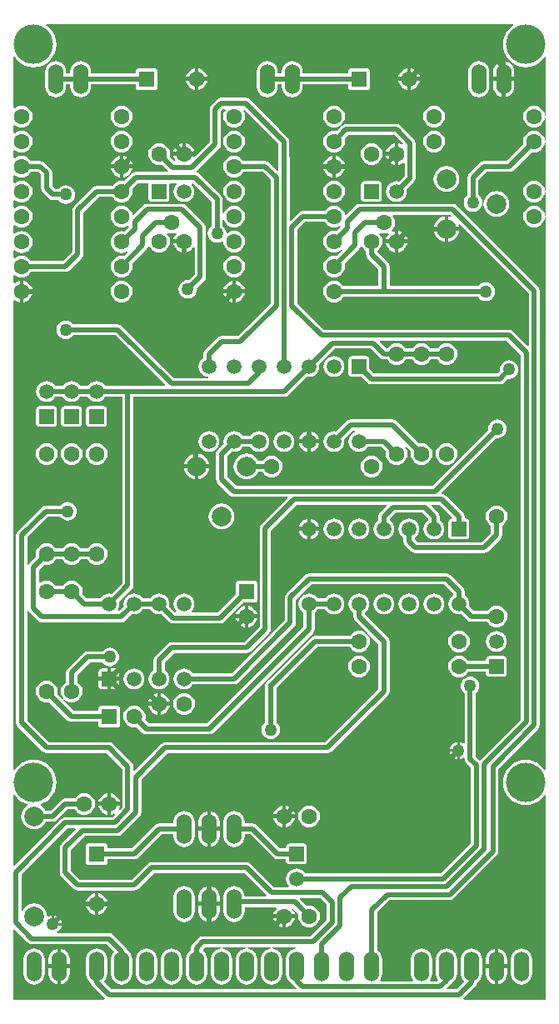
<source format=gbl>
G04 Layer_Physical_Order=2*
G04 Layer_Color=16711680*
%FSLAX43Y43*%
%MOMM*%
G71*
G01*
G75*
%ADD10C,0.500*%
%ADD11C,4.000*%
%ADD12C,1.600*%
%ADD13C,1.500*%
%ADD14R,1.500X1.500*%
%ADD15O,1.524X3.048*%
%ADD16R,1.600X1.600*%
%ADD17C,1.600*%
%ADD18R,1.500X1.500*%
%ADD19C,2.000*%
%ADD20R,1.500X1.500*%
%ADD21C,1.500*%
%ADD22R,1.600X1.600*%
%ADD23C,1.270*%
G36*
X21982Y90832D02*
X21899Y90725D01*
X21788Y90457D01*
X21751Y90170D01*
X21788Y89883D01*
X21899Y89615D01*
X22075Y89385D01*
X22305Y89209D01*
X22573Y89098D01*
X22860Y89061D01*
X23147Y89098D01*
X23415Y89209D01*
X23645Y89385D01*
X23821Y89615D01*
X23932Y89883D01*
X23969Y90170D01*
X23932Y90457D01*
X23821Y90725D01*
X23810Y90739D01*
X23864Y90877D01*
X23905Y90883D01*
X27379Y87409D01*
Y84705D01*
X27262Y84656D01*
X26432Y85487D01*
X26250Y85608D01*
X26035Y85651D01*
X23816D01*
X23645Y85875D01*
X23415Y86051D01*
X23147Y86162D01*
X22860Y86199D01*
X22573Y86162D01*
X22305Y86051D01*
X22075Y85875D01*
X21899Y85645D01*
X21788Y85377D01*
X21751Y85090D01*
X21788Y84803D01*
X21899Y84535D01*
X22075Y84305D01*
X22305Y84129D01*
X22573Y84018D01*
X22860Y83981D01*
X23147Y84018D01*
X23415Y84129D01*
X23645Y84305D01*
X23816Y84529D01*
X25803D01*
X26579Y83753D01*
Y71187D01*
X23263Y67871D01*
X21590D01*
X21375Y67828D01*
X21193Y67707D01*
X19923Y66437D01*
X19802Y66255D01*
X19759Y66040D01*
Y65663D01*
X19571Y65519D01*
X19403Y65300D01*
X19297Y65044D01*
X19261Y64770D01*
X19297Y64496D01*
X19403Y64240D01*
X19571Y64021D01*
X19790Y63853D01*
X20046Y63747D01*
X20268Y63718D01*
X20260Y63591D01*
X16742D01*
X11433Y68900D01*
X11251Y69022D01*
X11036Y69065D01*
X6514D01*
X6433Y69171D01*
X6237Y69321D01*
X6010Y69415D01*
X5766Y69447D01*
X5522Y69415D01*
X5294Y69321D01*
X5099Y69171D01*
X4949Y68975D01*
X4855Y68748D01*
X4823Y68504D01*
X4855Y68260D01*
X4949Y68032D01*
X5099Y67837D01*
X5294Y67687D01*
X5522Y67593D01*
X5766Y67561D01*
X6010Y67593D01*
X6237Y67687D01*
X6433Y67837D01*
X6514Y67943D01*
X10804D01*
X15839Y62908D01*
X15790Y62791D01*
X9783D01*
X9639Y62979D01*
X9420Y63147D01*
X9164Y63253D01*
X8890Y63289D01*
X8616Y63253D01*
X8360Y63147D01*
X8141Y62979D01*
X7997Y62791D01*
X7243D01*
X7099Y62979D01*
X6880Y63147D01*
X6624Y63253D01*
X6350Y63289D01*
X6076Y63253D01*
X5820Y63147D01*
X5601Y62979D01*
X5457Y62791D01*
X4703D01*
X4559Y62979D01*
X4340Y63147D01*
X4084Y63253D01*
X3810Y63289D01*
X3536Y63253D01*
X3280Y63147D01*
X3061Y62979D01*
X2893Y62760D01*
X2787Y62504D01*
X2751Y62230D01*
X2787Y61956D01*
X2893Y61700D01*
X3061Y61481D01*
X3280Y61313D01*
X3536Y61207D01*
X3810Y61171D01*
X4084Y61207D01*
X4340Y61313D01*
X4559Y61481D01*
X4703Y61669D01*
X5457D01*
X5601Y61481D01*
X5820Y61313D01*
X6076Y61207D01*
X6350Y61171D01*
X6624Y61207D01*
X6880Y61313D01*
X7099Y61481D01*
X7243Y61669D01*
X7997D01*
X8141Y61481D01*
X8360Y61313D01*
X8616Y61207D01*
X8890Y61171D01*
X9164Y61207D01*
X9420Y61313D01*
X9639Y61481D01*
X9783Y61669D01*
X11504D01*
Y42777D01*
X10395Y41668D01*
X10160Y41699D01*
X9886Y41663D01*
X9630Y41557D01*
X9411Y41389D01*
X9267Y41201D01*
X7852D01*
X7423Y41630D01*
X7459Y41910D01*
X7422Y42197D01*
X7311Y42465D01*
X7135Y42695D01*
X6905Y42871D01*
X6637Y42982D01*
X6350Y43019D01*
X6063Y42982D01*
X5795Y42871D01*
X5565Y42695D01*
X5394Y42471D01*
X4766D01*
X4595Y42695D01*
X4365Y42871D01*
X4097Y42982D01*
X3810Y43019D01*
X3523Y42982D01*
X3255Y42871D01*
X3148Y42788D01*
X3021Y42851D01*
Y44138D01*
X3530Y44647D01*
X3810Y44611D01*
X4097Y44648D01*
X4365Y44759D01*
X4595Y44935D01*
X4766Y45159D01*
X5394D01*
X5565Y44935D01*
X5795Y44759D01*
X6063Y44648D01*
X6350Y44611D01*
X6637Y44648D01*
X6905Y44759D01*
X7135Y44935D01*
X7306Y45159D01*
X7934D01*
X8105Y44935D01*
X8335Y44759D01*
X8603Y44648D01*
X8890Y44611D01*
X9177Y44648D01*
X9445Y44759D01*
X9675Y44935D01*
X9851Y45165D01*
X9962Y45433D01*
X9999Y45720D01*
X9962Y46007D01*
X9851Y46275D01*
X9675Y46505D01*
X9445Y46681D01*
X9177Y46792D01*
X8890Y46829D01*
X8603Y46792D01*
X8335Y46681D01*
X8105Y46505D01*
X7934Y46281D01*
X7306D01*
X7135Y46505D01*
X6905Y46681D01*
X6637Y46792D01*
X6350Y46829D01*
X6063Y46792D01*
X5795Y46681D01*
X5565Y46505D01*
X5394Y46281D01*
X4766D01*
X4595Y46505D01*
X4365Y46681D01*
X4097Y46792D01*
X3810Y46829D01*
X3523Y46792D01*
X3255Y46681D01*
X3025Y46505D01*
X2849Y46275D01*
X2738Y46007D01*
X2701Y45720D01*
X2737Y45440D01*
X2063Y44767D01*
X1958Y44608D01*
X1839Y44626D01*
X1831Y44629D01*
Y47393D01*
X3941Y49503D01*
X5195D01*
X5277Y49397D01*
X5472Y49247D01*
X5700Y49152D01*
X5944Y49120D01*
X6188Y49152D01*
X6415Y49247D01*
X6610Y49397D01*
X6760Y49592D01*
X6855Y49819D01*
X6887Y50063D01*
X6855Y50307D01*
X6760Y50535D01*
X6610Y50730D01*
X6415Y50880D01*
X6188Y50974D01*
X5944Y51006D01*
X5700Y50974D01*
X5472Y50880D01*
X5277Y50730D01*
X5195Y50624D01*
X3708D01*
X3494Y50581D01*
X3312Y50460D01*
X873Y48022D01*
X752Y47840D01*
X709Y47625D01*
Y28575D01*
X752Y28360D01*
X873Y28178D01*
X3413Y25638D01*
X3595Y25517D01*
X3810Y25474D01*
X9928D01*
X11504Y23898D01*
Y19993D01*
X11246Y19735D01*
X11138Y19807D01*
X11232Y20033D01*
X11243Y20120D01*
X10360D01*
Y19237D01*
X10447Y19248D01*
X10673Y19342D01*
X10745Y19234D01*
X10487Y18976D01*
X5715D01*
X5500Y18933D01*
X5318Y18812D01*
X553Y14046D01*
X435Y14094D01*
Y21222D01*
X559Y21253D01*
X578Y21216D01*
X866Y20866D01*
X1216Y20578D01*
X1616Y20365D01*
X1843Y20296D01*
X1852Y20160D01*
X1613Y19977D01*
X1404Y19706D01*
X1273Y19389D01*
X1229Y19050D01*
X1273Y18711D01*
X1404Y18394D01*
X1613Y18123D01*
X1884Y17914D01*
X2201Y17783D01*
X2540Y17739D01*
X2879Y17783D01*
X3196Y17914D01*
X3467Y18123D01*
X3676Y18394D01*
X3715Y18489D01*
X4445D01*
X4660Y18532D01*
X4842Y18653D01*
X5947Y19759D01*
X6664D01*
X6835Y19535D01*
X7065Y19359D01*
X7333Y19248D01*
X7620Y19211D01*
X7907Y19248D01*
X8175Y19359D01*
X8405Y19535D01*
X8581Y19765D01*
X8692Y20033D01*
X8729Y20320D01*
X8692Y20607D01*
X8581Y20875D01*
X8405Y21105D01*
X8175Y21281D01*
X7907Y21392D01*
X7620Y21429D01*
X7333Y21392D01*
X7065Y21281D01*
X6835Y21105D01*
X6664Y20881D01*
X5715D01*
X5500Y20838D01*
X5318Y20717D01*
X4213Y19611D01*
X3715D01*
X3676Y19706D01*
X3467Y19977D01*
X3206Y20178D01*
X3199Y20256D01*
X3202Y20309D01*
X3384Y20365D01*
X3784Y20578D01*
X4134Y20866D01*
X4422Y21216D01*
X4635Y21616D01*
X4767Y22049D01*
X4811Y22500D01*
X4767Y22951D01*
X4635Y23384D01*
X4422Y23784D01*
X4134Y24134D01*
X3784Y24422D01*
X3384Y24635D01*
X2951Y24767D01*
X2500Y24811D01*
X2049Y24767D01*
X1616Y24635D01*
X1216Y24422D01*
X866Y24134D01*
X578Y23784D01*
X559Y23747D01*
X435Y23778D01*
Y71484D01*
X562Y71546D01*
X715Y71429D01*
X983Y71318D01*
X1070Y71307D01*
Y72390D01*
Y73473D01*
X983Y73462D01*
X715Y73351D01*
X562Y73234D01*
X435Y73296D01*
Y74024D01*
X562Y74086D01*
X715Y73969D01*
X983Y73858D01*
X1270Y73821D01*
X1557Y73858D01*
X1825Y73969D01*
X2055Y74145D01*
X2226Y74369D01*
X5715D01*
X5930Y74412D01*
X6112Y74533D01*
X7382Y75803D01*
X7503Y75985D01*
X7546Y76200D01*
Y80413D01*
X9122Y81989D01*
X10474D01*
X10645Y81765D01*
X10875Y81589D01*
X11143Y81478D01*
X11430Y81441D01*
X11717Y81478D01*
X11985Y81589D01*
X12215Y81765D01*
X12391Y81995D01*
X12502Y82263D01*
X12539Y82550D01*
X12503Y82830D01*
X13085Y83412D01*
X14106D01*
X14187Y83313D01*
X14184Y83300D01*
Y81800D01*
X14207Y81683D01*
X14274Y81584D01*
X14373Y81517D01*
X14490Y81494D01*
X15990D01*
X16107Y81517D01*
X16206Y81584D01*
X16273Y81683D01*
X16296Y81800D01*
Y83300D01*
X16293Y83313D01*
X16374Y83412D01*
X16992D01*
X17020Y83285D01*
X16863Y83080D01*
X16757Y82824D01*
X16721Y82550D01*
X16757Y82276D01*
X16863Y82020D01*
X17031Y81801D01*
X17250Y81633D01*
X17506Y81527D01*
X17780Y81491D01*
X18054Y81527D01*
X18310Y81633D01*
X18529Y81801D01*
X18697Y82020D01*
X18803Y82276D01*
X18839Y82550D01*
X18803Y82824D01*
X18697Y83080D01*
X18574Y83240D01*
X18620Y83374D01*
X18692Y83385D01*
X20572Y81505D01*
Y79031D01*
X20466Y78950D01*
X20316Y78754D01*
X20222Y78527D01*
X20190Y78283D01*
X20222Y78039D01*
X20316Y77811D01*
X20466Y77616D01*
X20661Y77466D01*
X20889Y77372D01*
X21133Y77340D01*
X21377Y77372D01*
X21604Y77466D01*
X21634Y77489D01*
X21757Y77423D01*
X21788Y77183D01*
X21899Y76915D01*
X22075Y76685D01*
X22305Y76509D01*
X22573Y76398D01*
X22860Y76361D01*
X23147Y76398D01*
X23415Y76509D01*
X23645Y76685D01*
X23821Y76915D01*
X23932Y77183D01*
X23969Y77470D01*
X23932Y77757D01*
X23821Y78025D01*
X23645Y78255D01*
X23415Y78431D01*
X23147Y78542D01*
X22860Y78579D01*
X22573Y78542D01*
X22305Y78431D01*
X22196Y78347D01*
X22060Y78403D01*
X22044Y78527D01*
X21950Y78754D01*
X21800Y78950D01*
X21694Y79031D01*
Y79620D01*
X21821Y79645D01*
X21899Y79455D01*
X22075Y79225D01*
X22305Y79049D01*
X22573Y78938D01*
X22860Y78901D01*
X23147Y78938D01*
X23415Y79049D01*
X23645Y79225D01*
X23821Y79455D01*
X23932Y79723D01*
X23969Y80010D01*
X23932Y80297D01*
X23821Y80565D01*
X23645Y80795D01*
X23415Y80971D01*
X23147Y81082D01*
X22860Y81119D01*
X22573Y81082D01*
X22305Y80971D01*
X22075Y80795D01*
X21899Y80565D01*
X21821Y80375D01*
X21694Y80400D01*
Y81737D01*
X21651Y81952D01*
X21529Y82134D01*
X19294Y84369D01*
X19112Y84490D01*
X19075Y84498D01*
X19033Y84636D01*
X21352Y86954D01*
X21473Y87136D01*
X21516Y87351D01*
Y90711D01*
X21764Y90959D01*
X21919D01*
X21982Y90832D01*
D02*
G37*
G36*
X6784Y17737D02*
X5318Y16272D01*
X5197Y16090D01*
X5154Y15875D01*
Y13335D01*
X5197Y13120D01*
X5318Y12938D01*
X6588Y11668D01*
X6770Y11547D01*
X6985Y11504D01*
X12700D01*
X12915Y11547D01*
X13097Y11668D01*
X14710Y13282D01*
X23898D01*
X26139Y11041D01*
X26090Y10924D01*
X23931D01*
X23895Y11199D01*
X23788Y11458D01*
X23617Y11679D01*
X23396Y11850D01*
X23137Y11957D01*
X22860Y11993D01*
X22583Y11957D01*
X22324Y11850D01*
X22103Y11679D01*
X21932Y11458D01*
X21825Y11199D01*
X21789Y10922D01*
Y9398D01*
X21825Y9121D01*
X21932Y8862D01*
X22103Y8641D01*
X22324Y8470D01*
X22583Y8363D01*
X22860Y8327D01*
X23137Y8363D01*
X23396Y8470D01*
X23617Y8641D01*
X23788Y8862D01*
X23895Y9121D01*
X23931Y9398D01*
Y9802D01*
X27125D01*
X27165Y9682D01*
X27155Y9675D01*
X26979Y9445D01*
X26868Y9177D01*
X26857Y9090D01*
X29023D01*
X29012Y9177D01*
X28901Y9445D01*
X28730Y9667D01*
X28826Y9751D01*
X29407Y9170D01*
X29371Y8890D01*
X29408Y8603D01*
X29519Y8335D01*
X29695Y8105D01*
X29925Y7929D01*
X30193Y7818D01*
X30480Y7781D01*
X30767Y7818D01*
X31035Y7929D01*
X31265Y8105D01*
X31441Y8335D01*
X31552Y8603D01*
X31589Y8890D01*
X31552Y9177D01*
X31441Y9445D01*
X31265Y9675D01*
X31035Y9851D01*
X30767Y9962D01*
X30480Y9999D01*
X30200Y9963D01*
X29538Y10625D01*
X29587Y10742D01*
X31645D01*
X32294Y10093D01*
Y8523D01*
X30657Y6885D01*
X19685D01*
X19470Y6843D01*
X19288Y6721D01*
X18653Y6086D01*
X18532Y5904D01*
X18489Y5690D01*
Y5480D01*
X18293Y5329D01*
X18122Y5108D01*
X18015Y4849D01*
X17979Y4572D01*
Y3048D01*
X18015Y2771D01*
X18122Y2512D01*
X18293Y2291D01*
X18514Y2120D01*
X18773Y2013D01*
X19050Y1977D01*
X19327Y2013D01*
X19586Y2120D01*
X19807Y2291D01*
X19978Y2512D01*
X20085Y2771D01*
X20121Y3048D01*
Y4572D01*
X20085Y4849D01*
X19978Y5108D01*
X19807Y5329D01*
X19700Y5412D01*
X19692Y5538D01*
X19917Y5764D01*
X21534D01*
X21542Y5637D01*
X21515Y5633D01*
X21313Y5607D01*
X21054Y5500D01*
X20833Y5329D01*
X20662Y5108D01*
X20555Y4849D01*
X20519Y4572D01*
Y3048D01*
X20555Y2771D01*
X20662Y2512D01*
X20833Y2291D01*
X21054Y2120D01*
X21313Y2013D01*
X21590Y1977D01*
X21867Y2013D01*
X22126Y2120D01*
X22347Y2291D01*
X22518Y2512D01*
X22625Y2771D01*
X22661Y3048D01*
Y4572D01*
X22625Y4849D01*
X22518Y5108D01*
X22347Y5329D01*
X22126Y5500D01*
X21867Y5607D01*
X21665Y5633D01*
X21638Y5637D01*
X21646Y5764D01*
X24074D01*
X24082Y5637D01*
X24055Y5633D01*
X23853Y5607D01*
X23594Y5500D01*
X23373Y5329D01*
X23202Y5108D01*
X23095Y4849D01*
X23059Y4572D01*
Y3048D01*
X23095Y2771D01*
X23202Y2512D01*
X23373Y2291D01*
X23594Y2120D01*
X23853Y2013D01*
X24130Y1977D01*
X24407Y2013D01*
X24666Y2120D01*
X24887Y2291D01*
X25058Y2512D01*
X25165Y2771D01*
X25201Y3048D01*
Y4572D01*
X25165Y4849D01*
X25058Y5108D01*
X24887Y5329D01*
X24666Y5500D01*
X24407Y5607D01*
X24205Y5633D01*
X24178Y5637D01*
X24186Y5764D01*
X26614D01*
X26622Y5637D01*
X26595Y5633D01*
X26393Y5607D01*
X26134Y5500D01*
X25913Y5329D01*
X25742Y5108D01*
X25635Y4849D01*
X25599Y4572D01*
Y3048D01*
X25635Y2771D01*
X25742Y2512D01*
X25913Y2291D01*
X26134Y2120D01*
X26393Y2013D01*
X26670Y1977D01*
X26947Y2013D01*
X27206Y2120D01*
X27427Y2291D01*
X27598Y2512D01*
X27705Y2771D01*
X27741Y3048D01*
Y4572D01*
X27705Y4849D01*
X27598Y5108D01*
X27427Y5329D01*
X27206Y5500D01*
X26947Y5607D01*
X26745Y5633D01*
X26718Y5637D01*
X26726Y5764D01*
X29154D01*
X29162Y5637D01*
X28933Y5607D01*
X28674Y5500D01*
X28453Y5329D01*
X28282Y5108D01*
X28175Y4849D01*
X28139Y4572D01*
Y3048D01*
X28175Y2771D01*
X28282Y2512D01*
X28453Y2291D01*
X28674Y2120D01*
X28724Y2100D01*
X28813Y1966D01*
X29187Y1593D01*
X29138Y1475D01*
X10392D01*
X9643Y2224D01*
X9647Y2291D01*
X9818Y2512D01*
X9925Y2771D01*
X9961Y3048D01*
Y4572D01*
X9925Y4849D01*
X9818Y5108D01*
X9647Y5329D01*
X9426Y5500D01*
X9167Y5607D01*
X8890Y5643D01*
X8613Y5607D01*
X8354Y5500D01*
X8133Y5329D01*
X7962Y5108D01*
X7855Y4849D01*
X7819Y4572D01*
Y3048D01*
X7855Y2771D01*
X7962Y2512D01*
X8133Y2291D01*
X8340Y2132D01*
X8372Y1970D01*
X8493Y1788D01*
X9719Y562D01*
X9666Y435D01*
X435D01*
Y7538D01*
X553Y7586D01*
X1906Y6233D01*
X2088Y6111D01*
X2303Y6069D01*
X9928D01*
X10670Y5326D01*
X10502Y5108D01*
X10395Y4849D01*
X10359Y4572D01*
Y3048D01*
X10395Y2771D01*
X10502Y2512D01*
X10673Y2291D01*
X10894Y2120D01*
X11153Y2013D01*
X11430Y1977D01*
X11707Y2013D01*
X11966Y2120D01*
X12187Y2291D01*
X12358Y2512D01*
X12465Y2771D01*
X12501Y3048D01*
Y4572D01*
X12465Y4849D01*
X12358Y5108D01*
X12187Y5329D01*
X11966Y5500D01*
X11963Y5501D01*
X11948Y5574D01*
X11827Y5756D01*
X10557Y7026D01*
X10375Y7147D01*
X10160Y7190D01*
X4897D01*
X4872Y7317D01*
X4893Y7326D01*
X5079Y7469D01*
X5222Y7654D01*
X5311Y7871D01*
X5325Y7976D01*
X4445D01*
Y8103D01*
X4318D01*
Y8983D01*
X4213Y8969D01*
X3997Y8879D01*
X3963Y8853D01*
X3847Y8924D01*
X3807Y9229D01*
X3676Y9546D01*
X3467Y9817D01*
X3196Y10026D01*
X2879Y10157D01*
X2540Y10201D01*
X2201Y10157D01*
X1884Y10026D01*
X1613Y9817D01*
X1404Y9546D01*
X1365Y9450D01*
X1238Y9475D01*
Y13145D01*
X5947Y17854D01*
X6735D01*
X6784Y17737D01*
D02*
G37*
G36*
X52008Y65944D02*
Y28896D01*
X47863Y24751D01*
X47803Y24745D01*
X47398Y25150D01*
Y31561D01*
X47504Y31642D01*
X47654Y31837D01*
X47749Y32065D01*
X47781Y32309D01*
X47749Y32553D01*
X47654Y32780D01*
X47504Y32976D01*
X47309Y33126D01*
X47082Y33220D01*
X46838Y33252D01*
X46594Y33220D01*
X46366Y33126D01*
X46171Y32976D01*
X46021Y32780D01*
X45927Y32553D01*
X45895Y32309D01*
X45927Y32065D01*
X46021Y31837D01*
X46171Y31642D01*
X46277Y31561D01*
Y26509D01*
X46163Y26452D01*
X46092Y26507D01*
X45876Y26596D01*
X45771Y26610D01*
Y25730D01*
Y24850D01*
X45876Y24864D01*
X46092Y24954D01*
X46163Y25008D01*
X46277Y24952D01*
Y24917D01*
X46320Y24703D01*
X46441Y24521D01*
X46899Y24063D01*
Y16300D01*
X43860Y13261D01*
X30103D01*
X29959Y13449D01*
X29740Y13617D01*
X29484Y13723D01*
X29210Y13759D01*
X28936Y13723D01*
X28680Y13617D01*
X28461Y13449D01*
X28293Y13230D01*
X28187Y12974D01*
X28151Y12700D01*
X28187Y12426D01*
X28293Y12170D01*
X28431Y11991D01*
X28378Y11864D01*
X26902D01*
X24527Y14240D01*
X24345Y14361D01*
X24130Y14404D01*
X14478D01*
X14263Y14361D01*
X14081Y14240D01*
X12468Y12626D01*
X7217D01*
X6276Y13567D01*
Y15643D01*
X7687Y17054D01*
X11050D01*
X11265Y17097D01*
X11447Y17218D01*
X13262Y19033D01*
X13383Y19215D01*
X13426Y19430D01*
Y22793D01*
X16107Y25474D01*
X32385D01*
X32600Y25517D01*
X32782Y25638D01*
X38497Y31353D01*
X38618Y31535D01*
X38661Y31750D01*
Y36830D01*
X38618Y37045D01*
X38497Y37227D01*
X36121Y39602D01*
Y39747D01*
X36309Y39891D01*
X36477Y40110D01*
X36583Y40366D01*
X36619Y40640D01*
X36583Y40914D01*
X36477Y41170D01*
X36309Y41389D01*
X36090Y41557D01*
X35834Y41663D01*
X35560Y41699D01*
X35286Y41663D01*
X35030Y41557D01*
X34811Y41389D01*
X34643Y41170D01*
X34537Y40914D01*
X34501Y40640D01*
X34537Y40366D01*
X34643Y40110D01*
X34811Y39891D01*
X34999Y39747D01*
Y39370D01*
X35042Y39155D01*
X35163Y38973D01*
X36421Y37716D01*
X36337Y37620D01*
X36256Y37682D01*
X36115Y37791D01*
X35847Y37902D01*
X35560Y37939D01*
X35273Y37902D01*
X35005Y37791D01*
X34775Y37615D01*
X34604Y37391D01*
X31115D01*
X30900Y37348D01*
X30718Y37227D01*
X26399Y32907D01*
X26379Y32903D01*
X26197Y32782D01*
X26076Y32600D01*
X26033Y32385D01*
Y28612D01*
X25927Y28531D01*
X25777Y28335D01*
X25683Y28108D01*
X25651Y27864D01*
X25683Y27620D01*
X25777Y27392D01*
X25927Y27197D01*
X26122Y27047D01*
X26350Y26953D01*
X26594Y26921D01*
X26838Y26953D01*
X27065Y27047D01*
X27261Y27197D01*
X27411Y27392D01*
X27505Y27620D01*
X27537Y27864D01*
X27505Y28108D01*
X27411Y28335D01*
X27261Y28531D01*
X27155Y28612D01*
Y32077D01*
X31347Y36269D01*
X34604D01*
X34775Y36045D01*
X35005Y35869D01*
X35273Y35758D01*
X35560Y35721D01*
X35847Y35758D01*
X36115Y35869D01*
X36345Y36045D01*
X36521Y36275D01*
X36632Y36543D01*
X36669Y36830D01*
X36632Y37117D01*
X36521Y37385D01*
X36412Y37526D01*
X36350Y37607D01*
X36446Y37691D01*
X37539Y36598D01*
Y31982D01*
X32153Y26596D01*
X15875D01*
X15660Y26553D01*
X15478Y26432D01*
X12743Y23696D01*
X12626Y23745D01*
Y24130D01*
X12583Y24345D01*
X12462Y24527D01*
X10557Y26432D01*
X10375Y26553D01*
X10160Y26596D01*
X4042D01*
X1831Y28807D01*
Y39927D01*
X1839Y39931D01*
X1958Y39948D01*
X2063Y39790D01*
X2931Y38923D01*
X3113Y38801D01*
X3327Y38758D01*
X11379D01*
X11594Y38801D01*
X11776Y38923D01*
X12465Y39612D01*
X12700Y39581D01*
X12974Y39617D01*
X13230Y39723D01*
X13449Y39891D01*
X13593Y40079D01*
X14347D01*
X14491Y39891D01*
X14710Y39723D01*
X14966Y39617D01*
X15240Y39581D01*
X15475Y39612D01*
X16266Y38821D01*
X16448Y38700D01*
X16662Y38657D01*
X21438D01*
X21652Y38700D01*
X21834Y38821D01*
X23244Y40231D01*
X23339Y40147D01*
X23278Y40067D01*
X23169Y39925D01*
X23058Y39657D01*
X23047Y39570D01*
X23930D01*
Y40453D01*
X23843Y40442D01*
X23575Y40331D01*
X23433Y40222D01*
X23353Y40161D01*
X23269Y40256D01*
X23817Y40804D01*
X24930D01*
X25047Y40827D01*
X25146Y40894D01*
X25213Y40993D01*
X25236Y41110D01*
Y42710D01*
X25213Y42827D01*
X25146Y42926D01*
X25047Y42993D01*
X24930Y43016D01*
X23330D01*
X23213Y42993D01*
X23114Y42926D01*
X23047Y42827D01*
X23024Y42710D01*
Y41597D01*
X21205Y39778D01*
X18568D01*
X18540Y39905D01*
X18697Y40110D01*
X18803Y40366D01*
X18839Y40640D01*
X18803Y40914D01*
X18697Y41170D01*
X18529Y41389D01*
X18310Y41557D01*
X18054Y41663D01*
X17780Y41699D01*
X17506Y41663D01*
X17250Y41557D01*
X17031Y41389D01*
X16863Y41170D01*
X16757Y40914D01*
X16721Y40640D01*
X16757Y40366D01*
X16863Y40110D01*
X16986Y39950D01*
X16940Y39816D01*
X16868Y39805D01*
X16268Y40405D01*
X16299Y40640D01*
X16263Y40914D01*
X16157Y41170D01*
X15989Y41389D01*
X15770Y41557D01*
X15514Y41663D01*
X15240Y41699D01*
X14966Y41663D01*
X14710Y41557D01*
X14491Y41389D01*
X14347Y41201D01*
X13593D01*
X13449Y41389D01*
X13230Y41557D01*
X12974Y41663D01*
X12700Y41699D01*
X12426Y41663D01*
X12170Y41557D01*
X11951Y41389D01*
X11783Y41170D01*
X11677Y40914D01*
X11641Y40640D01*
X11672Y40405D01*
X11176Y39909D01*
X11081Y39920D01*
X11025Y40043D01*
X11077Y40110D01*
X11183Y40366D01*
X11219Y40640D01*
X11188Y40875D01*
X12462Y42148D01*
X12583Y42330D01*
X12626Y42545D01*
Y61669D01*
X27940D01*
X28155Y61712D01*
X28337Y61833D01*
X30245Y63742D01*
X30480Y63711D01*
X30754Y63747D01*
X31010Y63853D01*
X31229Y64021D01*
X31397Y64240D01*
X31503Y64496D01*
X31539Y64770D01*
X31508Y65005D01*
X33087Y66584D01*
X36763D01*
X37703Y65643D01*
X37885Y65522D01*
X38100Y65479D01*
X38414D01*
X38585Y65255D01*
X38815Y65079D01*
X39083Y64968D01*
X39370Y64931D01*
X39657Y64968D01*
X39925Y65079D01*
X40155Y65255D01*
X40326Y65479D01*
X40954D01*
X41125Y65255D01*
X41355Y65079D01*
X41623Y64968D01*
X41910Y64931D01*
X42197Y64968D01*
X42465Y65079D01*
X42695Y65255D01*
X42866Y65479D01*
X43494D01*
X43665Y65255D01*
X43895Y65079D01*
X44163Y64968D01*
X44450Y64931D01*
X44737Y64968D01*
X45005Y65079D01*
X45235Y65255D01*
X45411Y65485D01*
X45522Y65753D01*
X45559Y66040D01*
X45522Y66327D01*
X45411Y66595D01*
X45235Y66825D01*
X45005Y67001D01*
X44737Y67112D01*
X44450Y67149D01*
X44163Y67112D01*
X43895Y67001D01*
X43665Y66825D01*
X43494Y66601D01*
X42866D01*
X42695Y66825D01*
X42465Y67001D01*
X42197Y67112D01*
X41910Y67149D01*
X41623Y67112D01*
X41355Y67001D01*
X41125Y66825D01*
X40954Y66601D01*
X40326D01*
X40155Y66825D01*
X39925Y67001D01*
X39657Y67112D01*
X39370Y67149D01*
X39083Y67112D01*
X38815Y67001D01*
X38585Y66825D01*
X38443Y66639D01*
X38301Y66632D01*
X37666Y67267D01*
X37715Y67384D01*
X50568D01*
X52008Y65944D01*
D02*
G37*
G36*
X44969Y80070D02*
X44897Y79962D01*
X44789Y80007D01*
X44650Y80025D01*
Y78940D01*
X45735D01*
X45717Y79079D01*
X45672Y79187D01*
X45780Y79259D01*
X52808Y72230D01*
Y66896D01*
X52691Y66847D01*
X51197Y68342D01*
X51015Y68463D01*
X50800Y68506D01*
X31982D01*
X29301Y71187D01*
Y78673D01*
X30077Y79449D01*
X32064D01*
X32235Y79225D01*
X32465Y79049D01*
X32733Y78938D01*
X33020Y78901D01*
X33307Y78938D01*
X33575Y79049D01*
X33579Y79053D01*
X33717Y78998D01*
X33722Y78965D01*
X33300Y78543D01*
X33020Y78579D01*
X32733Y78542D01*
X32465Y78431D01*
X32235Y78255D01*
X32059Y78025D01*
X31948Y77757D01*
X31911Y77470D01*
X31948Y77183D01*
X32059Y76915D01*
X32235Y76685D01*
X32465Y76509D01*
X32733Y76398D01*
X33020Y76361D01*
X33307Y76398D01*
X33575Y76509D01*
X33797Y76680D01*
X33881Y76584D01*
X33300Y76003D01*
X33020Y76039D01*
X32733Y76002D01*
X32465Y75891D01*
X32235Y75715D01*
X32059Y75485D01*
X31948Y75217D01*
X31911Y74930D01*
X31948Y74643D01*
X32059Y74375D01*
X32235Y74145D01*
X32465Y73969D01*
X32733Y73858D01*
X33020Y73821D01*
X33307Y73858D01*
X33575Y73969D01*
X33805Y74145D01*
X33981Y74375D01*
X34092Y74643D01*
X34129Y74930D01*
X34093Y75210D01*
X35567Y76683D01*
X35688Y76865D01*
X35709Y76970D01*
X35841Y76983D01*
X35869Y76915D01*
X36045Y76685D01*
X36269Y76514D01*
Y76200D01*
X36312Y75985D01*
X36433Y75803D01*
X37539Y74698D01*
Y72951D01*
X33976D01*
X33805Y73175D01*
X33575Y73351D01*
X33307Y73462D01*
X33020Y73499D01*
X32733Y73462D01*
X32465Y73351D01*
X32235Y73175D01*
X32059Y72945D01*
X31948Y72677D01*
X31911Y72390D01*
X31948Y72103D01*
X32059Y71835D01*
X32235Y71605D01*
X32465Y71429D01*
X32733Y71318D01*
X33020Y71281D01*
X33307Y71318D01*
X33575Y71429D01*
X33805Y71605D01*
X33976Y71829D01*
X47690D01*
X47771Y71723D01*
X47966Y71573D01*
X48194Y71479D01*
X48438Y71447D01*
X48682Y71479D01*
X48909Y71573D01*
X49105Y71723D01*
X49255Y71918D01*
X49349Y72146D01*
X49381Y72390D01*
X49349Y72634D01*
X49255Y72862D01*
X49105Y73057D01*
X48909Y73207D01*
X48682Y73301D01*
X48438Y73333D01*
X48194Y73301D01*
X47966Y73207D01*
X47771Y73057D01*
X47690Y72951D01*
X38661D01*
Y74930D01*
X38618Y75145D01*
X38497Y75327D01*
X37422Y76401D01*
X37429Y76543D01*
X37615Y76685D01*
X37791Y76915D01*
X37902Y77183D01*
X37939Y77470D01*
X37902Y77757D01*
X37791Y78025D01*
X37622Y78245D01*
X37624Y78256D01*
X37730Y78338D01*
X37813Y78303D01*
X38100Y78266D01*
X38387Y78303D01*
X38470Y78338D01*
X38576Y78256D01*
X38578Y78245D01*
X38409Y78025D01*
X38298Y77757D01*
X38287Y77670D01*
X39170D01*
Y78553D01*
X39083Y78542D01*
X39000Y78507D01*
X38894Y78589D01*
X38892Y78600D01*
X39061Y78820D01*
X39172Y79088D01*
X39209Y79375D01*
X39172Y79662D01*
X39061Y79930D01*
X38962Y80059D01*
X39024Y80186D01*
X44853D01*
X44969Y80070D01*
D02*
G37*
G36*
X51253Y99441D02*
X51216Y99422D01*
X50866Y99134D01*
X50578Y98784D01*
X50365Y98384D01*
X50233Y97951D01*
X50189Y97500D01*
X50233Y97049D01*
X50365Y96616D01*
X50578Y96216D01*
X50866Y95866D01*
X51216Y95578D01*
X51616Y95365D01*
X52049Y95233D01*
X52500Y95189D01*
X52951Y95233D01*
X53384Y95365D01*
X53784Y95578D01*
X54134Y95866D01*
X54422Y96216D01*
X54441Y96253D01*
X54565Y96222D01*
Y90268D01*
X54438Y90260D01*
X54412Y90457D01*
X54301Y90725D01*
X54125Y90955D01*
X53895Y91131D01*
X53627Y91242D01*
X53340Y91279D01*
X53053Y91242D01*
X52785Y91131D01*
X52555Y90955D01*
X52379Y90725D01*
X52268Y90457D01*
X52231Y90170D01*
X52268Y89883D01*
X52379Y89615D01*
X52555Y89385D01*
X52785Y89209D01*
X53053Y89098D01*
X53340Y89061D01*
X53627Y89098D01*
X53895Y89209D01*
X54125Y89385D01*
X54301Y89615D01*
X54412Y89883D01*
X54438Y90080D01*
X54565Y90072D01*
Y87728D01*
X54438Y87720D01*
X54412Y87917D01*
X54301Y88185D01*
X54125Y88415D01*
X53895Y88591D01*
X53627Y88702D01*
X53340Y88739D01*
X53053Y88702D01*
X52785Y88591D01*
X52555Y88415D01*
X52379Y88185D01*
X52268Y87917D01*
X52231Y87630D01*
X52267Y87350D01*
X50568Y85651D01*
X48260D01*
X48045Y85608D01*
X47863Y85487D01*
X46746Y84369D01*
X46624Y84187D01*
X46582Y83972D01*
Y82181D01*
X46476Y82099D01*
X46326Y81904D01*
X46231Y81676D01*
X46199Y81432D01*
X46231Y81188D01*
X46326Y80961D01*
X46476Y80766D01*
X46671Y80616D01*
X46898Y80521D01*
X47142Y80489D01*
X47386Y80521D01*
X47614Y80616D01*
X47809Y80766D01*
X47959Y80961D01*
X48053Y81188D01*
X48085Y81432D01*
X48053Y81676D01*
X47959Y81904D01*
X47809Y82099D01*
X47703Y82181D01*
Y83740D01*
X48492Y84529D01*
X50800D01*
X51015Y84572D01*
X51197Y84693D01*
X53060Y86557D01*
X53340Y86521D01*
X53627Y86558D01*
X53895Y86669D01*
X54125Y86845D01*
X54301Y87075D01*
X54412Y87343D01*
X54438Y87540D01*
X54565Y87532D01*
Y82648D01*
X54438Y82640D01*
X54412Y82837D01*
X54301Y83105D01*
X54125Y83335D01*
X53895Y83511D01*
X53627Y83622D01*
X53340Y83659D01*
X53053Y83622D01*
X52785Y83511D01*
X52555Y83335D01*
X52379Y83105D01*
X52268Y82837D01*
X52231Y82550D01*
X52268Y82263D01*
X52379Y81995D01*
X52555Y81765D01*
X52785Y81589D01*
X53053Y81478D01*
X53340Y81441D01*
X53627Y81478D01*
X53895Y81589D01*
X54125Y81765D01*
X54301Y81995D01*
X54412Y82263D01*
X54438Y82460D01*
X54565Y82452D01*
Y80108D01*
X54438Y80100D01*
X54412Y80297D01*
X54301Y80565D01*
X54125Y80795D01*
X53895Y80971D01*
X53627Y81082D01*
X53340Y81119D01*
X53053Y81082D01*
X52785Y80971D01*
X52555Y80795D01*
X52379Y80565D01*
X52268Y80297D01*
X52231Y80010D01*
X52268Y79723D01*
X52379Y79455D01*
X52555Y79225D01*
X52785Y79049D01*
X53053Y78938D01*
X53340Y78901D01*
X53627Y78938D01*
X53895Y79049D01*
X54125Y79225D01*
X54301Y79455D01*
X54412Y79723D01*
X54438Y79920D01*
X54565Y79912D01*
Y23778D01*
X54441Y23747D01*
X54422Y23784D01*
X54134Y24134D01*
X53784Y24422D01*
X53384Y24635D01*
X52951Y24767D01*
X52500Y24811D01*
X52049Y24767D01*
X51616Y24635D01*
X51216Y24422D01*
X50866Y24134D01*
X50578Y23784D01*
X50365Y23384D01*
X50233Y22951D01*
X50189Y22500D01*
X50233Y22049D01*
X50365Y21616D01*
X50578Y21216D01*
X50866Y20866D01*
X51216Y20578D01*
X51616Y20365D01*
X52049Y20233D01*
X52500Y20189D01*
X52951Y20233D01*
X53384Y20365D01*
X53784Y20578D01*
X54134Y20866D01*
X54422Y21216D01*
X54441Y21253D01*
X54565Y21222D01*
Y435D01*
X46214D01*
X46161Y562D01*
X47387Y1788D01*
X47508Y1970D01*
X47540Y2132D01*
X47747Y2291D01*
X47918Y2512D01*
X48025Y2771D01*
X48061Y3048D01*
Y4572D01*
X48025Y4849D01*
X47918Y5108D01*
X47747Y5329D01*
X47526Y5500D01*
X47267Y5607D01*
X46990Y5643D01*
X46713Y5607D01*
X46454Y5500D01*
X46233Y5329D01*
X46062Y5108D01*
X45955Y4849D01*
X45919Y4572D01*
Y3048D01*
X45955Y2771D01*
X46062Y2512D01*
X46233Y2291D01*
X46237Y2224D01*
X45488Y1475D01*
X44522D01*
X44473Y1593D01*
X44847Y1966D01*
X44936Y2100D01*
X44986Y2120D01*
X45207Y2291D01*
X45378Y2512D01*
X45485Y2771D01*
X45521Y3048D01*
Y4572D01*
X45485Y4849D01*
X45378Y5108D01*
X45207Y5329D01*
X44986Y5500D01*
X44727Y5607D01*
X44450Y5643D01*
X44173Y5607D01*
X43914Y5500D01*
X43693Y5329D01*
X43522Y5108D01*
X43415Y4849D01*
X43379Y4572D01*
Y3048D01*
X43415Y2771D01*
X43522Y2512D01*
X43604Y2406D01*
X43534Y2288D01*
X42826D01*
X42763Y2415D01*
X42838Y2512D01*
X42945Y2771D01*
X42981Y3048D01*
Y4572D01*
X42945Y4849D01*
X42838Y5108D01*
X42667Y5329D01*
X42446Y5500D01*
X42187Y5607D01*
X41910Y5643D01*
X41633Y5607D01*
X41374Y5500D01*
X41153Y5329D01*
X40982Y5108D01*
X40875Y4849D01*
X40839Y4572D01*
Y3048D01*
X40875Y2771D01*
X40982Y2512D01*
X41057Y2415D01*
X40994Y2288D01*
X37746D01*
X37683Y2415D01*
X37758Y2512D01*
X37865Y2771D01*
X37901Y3048D01*
Y4572D01*
X37865Y4849D01*
X37758Y5108D01*
X37587Y5329D01*
X37391Y5480D01*
Y9293D01*
X38637Y10539D01*
X44755D01*
X44970Y10582D01*
X45152Y10703D01*
X49571Y15123D01*
X49692Y15305D01*
X49735Y15519D01*
Y23898D01*
X53766Y27928D01*
X53887Y28110D01*
X53930Y28325D01*
Y72462D01*
X53887Y72677D01*
X53766Y72859D01*
X45482Y81143D01*
X45300Y81265D01*
X45085Y81307D01*
X35636D01*
X35422Y81265D01*
X35240Y81143D01*
X34228Y80132D01*
X34108Y80173D01*
X34092Y80297D01*
X33981Y80565D01*
X33805Y80795D01*
X33575Y80971D01*
X33307Y81082D01*
X33020Y81119D01*
X32733Y81082D01*
X32465Y80971D01*
X32235Y80795D01*
X32064Y80571D01*
X29845D01*
X29630Y80528D01*
X29448Y80407D01*
X28618Y79576D01*
X28501Y79625D01*
Y87642D01*
X28458Y87856D01*
X28337Y88038D01*
X24458Y91917D01*
X24276Y92038D01*
X24062Y92081D01*
X21531D01*
X21317Y92038D01*
X21135Y91917D01*
X20558Y91340D01*
X20437Y91158D01*
X20394Y90944D01*
Y87583D01*
X18994Y86183D01*
X18874Y86242D01*
X18889Y86360D01*
X18852Y86647D01*
X18741Y86915D01*
X18565Y87145D01*
X18335Y87321D01*
X18067Y87432D01*
X17980Y87443D01*
Y86360D01*
X17780D01*
Y86160D01*
X16697D01*
X16708Y86073D01*
X16819Y85805D01*
X16857Y85756D01*
X16802Y85619D01*
X16778Y85615D01*
X16313Y86080D01*
X16349Y86360D01*
X16312Y86647D01*
X16201Y86915D01*
X16025Y87145D01*
X15795Y87321D01*
X15527Y87432D01*
X15240Y87469D01*
X14953Y87432D01*
X14685Y87321D01*
X14455Y87145D01*
X14279Y86915D01*
X14168Y86647D01*
X14131Y86360D01*
X14168Y86073D01*
X14279Y85805D01*
X14455Y85575D01*
X14685Y85399D01*
X14953Y85288D01*
X15240Y85251D01*
X15520Y85287D01*
X16147Y84660D01*
X16094Y84533D01*
X12852D01*
X12638Y84490D01*
X12456Y84369D01*
X12316Y84229D01*
X12220Y84313D01*
X12282Y84394D01*
X12391Y84535D01*
X12502Y84803D01*
X12513Y84890D01*
X11630D01*
Y84007D01*
X11717Y84018D01*
X11985Y84129D01*
X12126Y84238D01*
X12207Y84300D01*
X12291Y84204D01*
X11710Y83623D01*
X11430Y83659D01*
X11143Y83622D01*
X10875Y83511D01*
X10645Y83335D01*
X10474Y83111D01*
X8890D01*
X8675Y83068D01*
X8493Y82947D01*
X6588Y81042D01*
X6467Y80860D01*
X6424Y80645D01*
Y76432D01*
X5483Y75491D01*
X2226D01*
X2055Y75715D01*
X1825Y75891D01*
X1557Y76002D01*
X1270Y76039D01*
X983Y76002D01*
X715Y75891D01*
X562Y75774D01*
X435Y75836D01*
Y76513D01*
X562Y76576D01*
X715Y76458D01*
X983Y76348D01*
X1270Y76310D01*
X1557Y76348D01*
X1825Y76458D01*
X2055Y76635D01*
X2231Y76864D01*
X2342Y77132D01*
X2379Y77419D01*
X2342Y77706D01*
X2231Y77974D01*
X2055Y78204D01*
X1825Y78380D01*
X1557Y78491D01*
X1270Y78529D01*
X983Y78491D01*
X715Y78380D01*
X562Y78263D01*
X435Y78325D01*
Y79104D01*
X562Y79166D01*
X715Y79049D01*
X983Y78938D01*
X1270Y78901D01*
X1557Y78938D01*
X1825Y79049D01*
X2055Y79225D01*
X2231Y79455D01*
X2342Y79723D01*
X2379Y80010D01*
X2342Y80297D01*
X2231Y80565D01*
X2055Y80795D01*
X1825Y80971D01*
X1557Y81082D01*
X1270Y81119D01*
X983Y81082D01*
X715Y80971D01*
X562Y80854D01*
X435Y80916D01*
Y81644D01*
X562Y81706D01*
X715Y81589D01*
X983Y81478D01*
X1270Y81441D01*
X1557Y81478D01*
X1825Y81589D01*
X2055Y81765D01*
X2231Y81995D01*
X2342Y82263D01*
X2379Y82550D01*
X2342Y82837D01*
X2231Y83105D01*
X2055Y83335D01*
X1825Y83511D01*
X1557Y83622D01*
X1270Y83659D01*
X983Y83622D01*
X715Y83511D01*
X562Y83394D01*
X435Y83456D01*
Y84184D01*
X562Y84246D01*
X715Y84129D01*
X983Y84018D01*
X1270Y83981D01*
X1557Y84018D01*
X1825Y84129D01*
X2055Y84305D01*
X2226Y84529D01*
X2943D01*
X3249Y84223D01*
Y82880D01*
X3292Y82666D01*
X3413Y82484D01*
X4048Y81849D01*
X4230Y81727D01*
X4445Y81684D01*
X5018D01*
X5099Y81578D01*
X5294Y81428D01*
X5522Y81334D01*
X5766Y81302D01*
X6010Y81334D01*
X6237Y81428D01*
X6433Y81578D01*
X6583Y81774D01*
X6677Y82001D01*
X6709Y82245D01*
X6677Y82489D01*
X6583Y82717D01*
X6433Y82912D01*
X6237Y83062D01*
X6010Y83156D01*
X5766Y83188D01*
X5522Y83156D01*
X5294Y83062D01*
X5099Y82912D01*
X5018Y82806D01*
X4677D01*
X4371Y83112D01*
Y84455D01*
X4328Y84670D01*
X4207Y84852D01*
X3572Y85487D01*
X3390Y85608D01*
X3175Y85651D01*
X2226D01*
X2055Y85875D01*
X1825Y86051D01*
X1557Y86162D01*
X1270Y86199D01*
X983Y86162D01*
X715Y86051D01*
X562Y85934D01*
X435Y85996D01*
Y86724D01*
X562Y86786D01*
X715Y86669D01*
X983Y86558D01*
X1270Y86521D01*
X1557Y86558D01*
X1825Y86669D01*
X2055Y86845D01*
X2231Y87075D01*
X2342Y87343D01*
X2379Y87630D01*
X2342Y87917D01*
X2231Y88185D01*
X2055Y88415D01*
X1825Y88591D01*
X1557Y88702D01*
X1270Y88739D01*
X983Y88702D01*
X715Y88591D01*
X562Y88474D01*
X435Y88536D01*
Y89264D01*
X562Y89326D01*
X715Y89209D01*
X983Y89098D01*
X1270Y89061D01*
X1557Y89098D01*
X1825Y89209D01*
X2055Y89385D01*
X2231Y89615D01*
X2342Y89883D01*
X2379Y90170D01*
X2342Y90457D01*
X2231Y90725D01*
X2055Y90955D01*
X1825Y91131D01*
X1557Y91242D01*
X1270Y91279D01*
X983Y91242D01*
X715Y91131D01*
X562Y91014D01*
X435Y91076D01*
Y96222D01*
X559Y96253D01*
X578Y96216D01*
X866Y95866D01*
X1216Y95578D01*
X1616Y95365D01*
X2049Y95233D01*
X2500Y95189D01*
X2951Y95233D01*
X3384Y95365D01*
X3784Y95578D01*
X4134Y95866D01*
X4422Y96216D01*
X4635Y96616D01*
X4767Y97049D01*
X4811Y97500D01*
X4767Y97951D01*
X4635Y98384D01*
X4422Y98784D01*
X4134Y99134D01*
X3784Y99422D01*
X3747Y99441D01*
X3778Y99565D01*
X51222D01*
X51253Y99441D01*
D02*
G37*
%LPC*%
G36*
X10360Y21403D02*
Y20520D01*
X11243D01*
X11232Y20607D01*
X11121Y20875D01*
X10945Y21105D01*
X10715Y21281D01*
X10447Y21392D01*
X10360Y21403D01*
D02*
G37*
G36*
X9960D02*
X9873Y21392D01*
X9605Y21281D01*
X9375Y21105D01*
X9199Y20875D01*
X9088Y20607D01*
X9077Y20520D01*
X9960D01*
Y21403D01*
D02*
G37*
G36*
Y20120D02*
X9077D01*
X9088Y20033D01*
X9199Y19765D01*
X9375Y19535D01*
X9605Y19359D01*
X9873Y19248D01*
X9960Y19237D01*
Y20120D01*
D02*
G37*
G36*
X22860Y88739D02*
X22573Y88702D01*
X22305Y88591D01*
X22075Y88415D01*
X21899Y88185D01*
X21788Y87917D01*
X21751Y87630D01*
X21788Y87343D01*
X21899Y87075D01*
X22075Y86845D01*
X22305Y86669D01*
X22573Y86558D01*
X22860Y86521D01*
X23147Y86558D01*
X23415Y86669D01*
X23645Y86845D01*
X23821Y87075D01*
X23932Y87343D01*
X23969Y87630D01*
X23932Y87917D01*
X23821Y88185D01*
X23645Y88415D01*
X23415Y88591D01*
X23147Y88702D01*
X22860Y88739D01*
D02*
G37*
G36*
Y83659D02*
X22573Y83622D01*
X22305Y83511D01*
X22075Y83335D01*
X21899Y83105D01*
X21788Y82837D01*
X21751Y82550D01*
X21788Y82263D01*
X21899Y81995D01*
X22075Y81765D01*
X22305Y81589D01*
X22573Y81478D01*
X22860Y81441D01*
X23147Y81478D01*
X23415Y81589D01*
X23645Y81765D01*
X23821Y81995D01*
X23932Y82263D01*
X23969Y82550D01*
X23932Y82837D01*
X23821Y83105D01*
X23645Y83335D01*
X23415Y83511D01*
X23147Y83622D01*
X22860Y83659D01*
D02*
G37*
G36*
X7100Y60746D02*
X5600D01*
X5483Y60723D01*
X5384Y60656D01*
X5317Y60557D01*
X5294Y60440D01*
Y58940D01*
X5317Y58823D01*
X5384Y58724D01*
X5483Y58657D01*
X5600Y58634D01*
X7100D01*
X7217Y58657D01*
X7316Y58724D01*
X7383Y58823D01*
X7406Y58940D01*
Y60440D01*
X7383Y60557D01*
X7316Y60656D01*
X7217Y60723D01*
X7100Y60746D01*
D02*
G37*
G36*
X9640D02*
X8140D01*
X8023Y60723D01*
X7924Y60656D01*
X7857Y60557D01*
X7834Y60440D01*
Y58940D01*
X7857Y58823D01*
X7924Y58724D01*
X8023Y58657D01*
X8140Y58634D01*
X9640D01*
X9757Y58657D01*
X9856Y58724D01*
X9923Y58823D01*
X9946Y58940D01*
Y60440D01*
X9923Y60557D01*
X9856Y60656D01*
X9757Y60723D01*
X9640Y60746D01*
D02*
G37*
G36*
X4560D02*
X3060D01*
X2943Y60723D01*
X2844Y60656D01*
X2777Y60557D01*
X2754Y60440D01*
Y58940D01*
X2777Y58823D01*
X2844Y58724D01*
X2943Y58657D01*
X3060Y58634D01*
X4560D01*
X4677Y58657D01*
X4776Y58724D01*
X4843Y58823D01*
X4866Y58940D01*
Y60440D01*
X4843Y60557D01*
X4776Y60656D01*
X4677Y60723D01*
X4560Y60746D01*
D02*
G37*
G36*
X6350Y56989D02*
X6063Y56952D01*
X5795Y56841D01*
X5565Y56665D01*
X5389Y56435D01*
X5278Y56167D01*
X5241Y55880D01*
X5278Y55593D01*
X5389Y55325D01*
X5565Y55095D01*
X5795Y54919D01*
X6063Y54808D01*
X6350Y54771D01*
X6637Y54808D01*
X6905Y54919D01*
X7135Y55095D01*
X7311Y55325D01*
X7422Y55593D01*
X7459Y55880D01*
X7422Y56167D01*
X7311Y56435D01*
X7135Y56665D01*
X6905Y56841D01*
X6637Y56952D01*
X6350Y56989D01*
D02*
G37*
G36*
X8890D02*
X8603Y56952D01*
X8335Y56841D01*
X8105Y56665D01*
X7929Y56435D01*
X7818Y56167D01*
X7781Y55880D01*
X7818Y55593D01*
X7929Y55325D01*
X8105Y55095D01*
X8335Y54919D01*
X8603Y54808D01*
X8890Y54771D01*
X9177Y54808D01*
X9445Y54919D01*
X9675Y55095D01*
X9851Y55325D01*
X9962Y55593D01*
X9999Y55880D01*
X9962Y56167D01*
X9851Y56435D01*
X9675Y56665D01*
X9445Y56841D01*
X9177Y56952D01*
X8890Y56989D01*
D02*
G37*
G36*
X3810D02*
X3523Y56952D01*
X3255Y56841D01*
X3025Y56665D01*
X2849Y56435D01*
X2738Y56167D01*
X2701Y55880D01*
X2738Y55593D01*
X2849Y55325D01*
X3025Y55095D01*
X3255Y54919D01*
X3523Y54808D01*
X3810Y54771D01*
X4097Y54808D01*
X4365Y54919D01*
X4595Y55095D01*
X4771Y55325D01*
X4882Y55593D01*
X4919Y55880D01*
X4882Y56167D01*
X4771Y56435D01*
X4595Y56665D01*
X4365Y56841D01*
X4097Y56952D01*
X3810Y56989D01*
D02*
G37*
G36*
X17580Y77270D02*
X16697D01*
X16708Y77183D01*
X16819Y76915D01*
X16995Y76685D01*
X17225Y76509D01*
X17493Y76398D01*
X17580Y76387D01*
Y77270D01*
D02*
G37*
G36*
X17551Y81307D02*
X14046D01*
X13832Y81265D01*
X13650Y81143D01*
X12638Y80132D01*
X12518Y80173D01*
X12502Y80297D01*
X12391Y80565D01*
X12215Y80795D01*
X11985Y80971D01*
X11717Y81082D01*
X11430Y81119D01*
X11143Y81082D01*
X10875Y80971D01*
X10645Y80795D01*
X10469Y80565D01*
X10358Y80297D01*
X10321Y80010D01*
X10358Y79723D01*
X10469Y79455D01*
X10645Y79225D01*
X10875Y79049D01*
X11143Y78938D01*
X11430Y78901D01*
X11717Y78938D01*
X11985Y79049D01*
X12025Y79080D01*
X12160Y79024D01*
X12169Y78952D01*
X11710Y78492D01*
X11430Y78529D01*
X11143Y78491D01*
X10875Y78380D01*
X10645Y78204D01*
X10469Y77974D01*
X10358Y77706D01*
X10321Y77419D01*
X10358Y77132D01*
X10469Y76864D01*
X10645Y76635D01*
X10875Y76458D01*
X11143Y76348D01*
X11430Y76310D01*
X11717Y76348D01*
X11985Y76458D01*
X11989Y76461D01*
X12073Y76366D01*
X11710Y76003D01*
X11430Y76039D01*
X11143Y76002D01*
X10875Y75891D01*
X10645Y75715D01*
X10469Y75485D01*
X10358Y75217D01*
X10321Y74930D01*
X10358Y74643D01*
X10469Y74375D01*
X10645Y74145D01*
X10875Y73969D01*
X11143Y73858D01*
X11430Y73821D01*
X11717Y73858D01*
X11985Y73969D01*
X12215Y74145D01*
X12391Y74375D01*
X12502Y74643D01*
X12539Y74930D01*
X12503Y75210D01*
X13977Y76683D01*
X14098Y76865D01*
X14119Y76970D01*
X14251Y76983D01*
X14279Y76915D01*
X14455Y76685D01*
X14685Y76509D01*
X14953Y76398D01*
X15240Y76361D01*
X15527Y76398D01*
X15795Y76509D01*
X16025Y76685D01*
X16201Y76915D01*
X16312Y77183D01*
X16349Y77470D01*
X16312Y77757D01*
X16201Y78025D01*
X16032Y78245D01*
X16034Y78256D01*
X16140Y78338D01*
X16223Y78303D01*
X16510Y78266D01*
X16797Y78303D01*
X16880Y78338D01*
X16986Y78256D01*
X16988Y78245D01*
X16819Y78025D01*
X16708Y77757D01*
X16697Y77670D01*
X17780D01*
Y77470D01*
X17980D01*
Y76387D01*
X18067Y76398D01*
X18335Y76509D01*
X18565Y76685D01*
X18741Y76915D01*
X18743Y76921D01*
X18870Y76896D01*
Y74121D01*
X18294Y73544D01*
X18161Y73562D01*
X17917Y73530D01*
X17689Y73435D01*
X17494Y73285D01*
X17344Y73090D01*
X17250Y72863D01*
X17218Y72619D01*
X17250Y72375D01*
X17344Y72147D01*
X17494Y71952D01*
X17689Y71802D01*
X17917Y71708D01*
X18161Y71676D01*
X18405Y71708D01*
X18633Y71802D01*
X18828Y71952D01*
X18978Y72147D01*
X19072Y72375D01*
X19104Y72619D01*
X19087Y72751D01*
X19828Y73492D01*
X19949Y73674D01*
X19992Y73889D01*
Y78867D01*
X19949Y79082D01*
X19828Y79264D01*
X17948Y81143D01*
X17766Y81265D01*
X17551Y81307D01*
D02*
G37*
G36*
X2353Y72190D02*
X1470D01*
Y71307D01*
X1557Y71318D01*
X1825Y71429D01*
X2055Y71605D01*
X2231Y71835D01*
X2342Y72103D01*
X2353Y72190D01*
D02*
G37*
G36*
X22660D02*
X21777D01*
X21788Y72103D01*
X21899Y71835D01*
X22075Y71605D01*
X22305Y71429D01*
X22573Y71318D01*
X22660Y71307D01*
Y72190D01*
D02*
G37*
G36*
X11430Y73499D02*
X11143Y73462D01*
X10875Y73351D01*
X10645Y73175D01*
X10469Y72945D01*
X10358Y72677D01*
X10321Y72390D01*
X10358Y72103D01*
X10469Y71835D01*
X10645Y71605D01*
X10875Y71429D01*
X11143Y71318D01*
X11430Y71281D01*
X11717Y71318D01*
X11985Y71429D01*
X12215Y71605D01*
X12391Y71835D01*
X12502Y72103D01*
X12539Y72390D01*
X12502Y72677D01*
X12391Y72945D01*
X12215Y73175D01*
X11985Y73351D01*
X11717Y73462D01*
X11430Y73499D01*
D02*
G37*
G36*
X23943Y72190D02*
X23060D01*
Y71307D01*
X23147Y71318D01*
X23415Y71429D01*
X23645Y71605D01*
X23821Y71835D01*
X23932Y72103D01*
X23943Y72190D01*
D02*
G37*
G36*
X23060Y73473D02*
Y72590D01*
X23943D01*
X23932Y72677D01*
X23821Y72945D01*
X23645Y73175D01*
X23415Y73351D01*
X23147Y73462D01*
X23060Y73473D01*
D02*
G37*
G36*
X22860Y76039D02*
X22573Y76002D01*
X22305Y75891D01*
X22075Y75715D01*
X21899Y75485D01*
X21788Y75217D01*
X21751Y74930D01*
X21788Y74643D01*
X21899Y74375D01*
X22075Y74145D01*
X22305Y73969D01*
X22573Y73858D01*
X22860Y73821D01*
X23147Y73858D01*
X23415Y73969D01*
X23645Y74145D01*
X23821Y74375D01*
X23932Y74643D01*
X23969Y74930D01*
X23932Y75217D01*
X23821Y75485D01*
X23645Y75715D01*
X23415Y75891D01*
X23147Y76002D01*
X22860Y76039D01*
D02*
G37*
G36*
X1470Y73473D02*
Y72590D01*
X2353D01*
X2342Y72677D01*
X2231Y72945D01*
X2055Y73175D01*
X1825Y73351D01*
X1557Y73462D01*
X1470Y73473D01*
D02*
G37*
G36*
X22660D02*
X22573Y73462D01*
X22305Y73351D01*
X22075Y73175D01*
X21899Y72945D01*
X21788Y72677D01*
X21777Y72590D01*
X22660D01*
Y73473D01*
D02*
G37*
G36*
X27740Y8690D02*
X26857D01*
X26868Y8603D01*
X26979Y8335D01*
X27155Y8105D01*
X27385Y7929D01*
X27653Y7818D01*
X27740Y7807D01*
Y8690D01*
D02*
G37*
G36*
X5280Y5617D02*
Y4010D01*
X6151D01*
Y4572D01*
X6115Y4849D01*
X6008Y5108D01*
X5837Y5329D01*
X5616Y5500D01*
X5357Y5607D01*
X5280Y5617D01*
D02*
G37*
G36*
X29023Y8690D02*
X28140D01*
Y7807D01*
X28227Y7818D01*
X28495Y7929D01*
X28725Y8105D01*
X28901Y8335D01*
X29012Y8603D01*
X29023Y8690D01*
D02*
G37*
G36*
X20120Y9960D02*
X19249D01*
Y9398D01*
X19285Y9121D01*
X19392Y8862D01*
X19563Y8641D01*
X19784Y8470D01*
X20043Y8363D01*
X20120Y8353D01*
Y9960D01*
D02*
G37*
G36*
X21391D02*
X20520D01*
Y8353D01*
X20597Y8363D01*
X20856Y8470D01*
X21077Y8641D01*
X21248Y8862D01*
X21355Y9121D01*
X21391Y9398D01*
Y9960D01*
D02*
G37*
G36*
X4572Y8983D02*
Y8230D01*
X5325D01*
X5311Y8335D01*
X5222Y8551D01*
X5079Y8737D01*
X4893Y8879D01*
X4677Y8969D01*
X4572Y8983D01*
D02*
G37*
G36*
X17780Y11993D02*
X17503Y11957D01*
X17244Y11850D01*
X17023Y11679D01*
X16852Y11458D01*
X16745Y11199D01*
X16709Y10922D01*
Y9398D01*
X16745Y9121D01*
X16852Y8862D01*
X17023Y8641D01*
X17244Y8470D01*
X17503Y8363D01*
X17780Y8327D01*
X18057Y8363D01*
X18316Y8470D01*
X18537Y8641D01*
X18708Y8862D01*
X18815Y9121D01*
X18851Y9398D01*
Y10922D01*
X18815Y11199D01*
X18708Y11458D01*
X18537Y11679D01*
X18316Y11850D01*
X18057Y11957D01*
X17780Y11993D01*
D02*
G37*
G36*
X16510Y5643D02*
X16233Y5607D01*
X15974Y5500D01*
X15753Y5329D01*
X15582Y5108D01*
X15475Y4849D01*
X15439Y4572D01*
Y3048D01*
X15475Y2771D01*
X15582Y2512D01*
X15753Y2291D01*
X15974Y2120D01*
X16233Y2013D01*
X16510Y1977D01*
X16787Y2013D01*
X17046Y2120D01*
X17267Y2291D01*
X17438Y2512D01*
X17545Y2771D01*
X17581Y3048D01*
Y4572D01*
X17545Y4849D01*
X17438Y5108D01*
X17267Y5329D01*
X17046Y5500D01*
X16787Y5607D01*
X16510Y5643D01*
D02*
G37*
G36*
X2540D02*
X2263Y5607D01*
X2004Y5500D01*
X1783Y5329D01*
X1612Y5108D01*
X1505Y4849D01*
X1469Y4572D01*
Y3048D01*
X1505Y2771D01*
X1612Y2512D01*
X1783Y2291D01*
X2004Y2120D01*
X2263Y2013D01*
X2540Y1977D01*
X2817Y2013D01*
X3076Y2120D01*
X3297Y2291D01*
X3468Y2512D01*
X3575Y2771D01*
X3611Y3048D01*
Y4572D01*
X3575Y4849D01*
X3468Y5108D01*
X3297Y5329D01*
X3076Y5500D01*
X2817Y5607D01*
X2540Y5643D01*
D02*
G37*
G36*
X13970D02*
X13693Y5607D01*
X13434Y5500D01*
X13213Y5329D01*
X13042Y5108D01*
X12935Y4849D01*
X12899Y4572D01*
Y3048D01*
X12935Y2771D01*
X13042Y2512D01*
X13213Y2291D01*
X13434Y2120D01*
X13693Y2013D01*
X13970Y1977D01*
X14247Y2013D01*
X14506Y2120D01*
X14727Y2291D01*
X14898Y2512D01*
X15005Y2771D01*
X15041Y3048D01*
Y4572D01*
X15005Y4849D01*
X14898Y5108D01*
X14727Y5329D01*
X14506Y5500D01*
X14247Y5607D01*
X13970Y5643D01*
D02*
G37*
G36*
X4880Y3610D02*
X4009D01*
Y3048D01*
X4045Y2771D01*
X4152Y2512D01*
X4323Y2291D01*
X4544Y2120D01*
X4803Y2013D01*
X4880Y2003D01*
Y3610D01*
D02*
G37*
G36*
Y5617D02*
X4803Y5607D01*
X4544Y5500D01*
X4323Y5329D01*
X4152Y5108D01*
X4045Y4849D01*
X4009Y4572D01*
Y4010D01*
X4880D01*
Y5617D01*
D02*
G37*
G36*
X6151Y3610D02*
X5280D01*
Y2003D01*
X5357Y2013D01*
X5616Y2120D01*
X5837Y2291D01*
X6008Y2512D01*
X6115Y2771D01*
X6151Y3048D01*
Y3610D01*
D02*
G37*
G36*
X8690Y9960D02*
X7807D01*
X7818Y9873D01*
X7929Y9605D01*
X8105Y9375D01*
X8335Y9199D01*
X8603Y9088D01*
X8690Y9077D01*
Y9960D01*
D02*
G37*
G36*
Y11243D02*
X8603Y11232D01*
X8335Y11121D01*
X8105Y10945D01*
X7929Y10715D01*
X7818Y10447D01*
X7807Y10360D01*
X8690D01*
Y11243D01*
D02*
G37*
G36*
X9090D02*
Y10360D01*
X9973D01*
X9962Y10447D01*
X9851Y10715D01*
X9675Y10945D01*
X9445Y11121D01*
X9177Y11232D01*
X9090Y11243D01*
D02*
G37*
G36*
X9973Y9960D02*
X9090D01*
Y9077D01*
X9177Y9088D01*
X9445Y9199D01*
X9675Y9375D01*
X9851Y9605D01*
X9962Y9873D01*
X9973Y9960D01*
D02*
G37*
G36*
X20120Y11967D02*
X20043Y11957D01*
X19784Y11850D01*
X19563Y11679D01*
X19392Y11458D01*
X19285Y11199D01*
X19249Y10922D01*
Y10360D01*
X20120D01*
Y11967D01*
D02*
G37*
G36*
X20520D02*
Y10360D01*
X21391D01*
Y10922D01*
X21355Y11199D01*
X21248Y11458D01*
X21077Y11679D01*
X20856Y11850D01*
X20597Y11957D01*
X20520Y11967D01*
D02*
G37*
G36*
X9960Y34076D02*
X9410D01*
X9293Y34053D01*
X9194Y33986D01*
X9127Y33887D01*
X9104Y33770D01*
Y33220D01*
X9960D01*
Y34076D01*
D02*
G37*
G36*
X11216Y32820D02*
X10360D01*
Y31964D01*
X10910D01*
X11027Y31987D01*
X11126Y32054D01*
X11193Y32153D01*
X11216Y32270D01*
Y32820D01*
D02*
G37*
G36*
X35560Y35399D02*
X35273Y35362D01*
X35005Y35251D01*
X34775Y35075D01*
X34599Y34845D01*
X34488Y34577D01*
X34451Y34290D01*
X34488Y34003D01*
X34599Y33735D01*
X34775Y33505D01*
X35005Y33329D01*
X35273Y33218D01*
X35560Y33181D01*
X35847Y33218D01*
X36115Y33329D01*
X36345Y33505D01*
X36521Y33735D01*
X36632Y34003D01*
X36669Y34290D01*
X36632Y34577D01*
X36521Y34845D01*
X36345Y35075D01*
X36115Y35251D01*
X35847Y35362D01*
X35560Y35399D01*
D02*
G37*
G36*
X10236Y36198D02*
X9992Y36166D01*
X9765Y36072D01*
X9569Y35922D01*
X9488Y35816D01*
X7950D01*
X7736Y35773D01*
X7554Y35652D01*
X5953Y34052D01*
X5832Y33870D01*
X5789Y33655D01*
Y32706D01*
X5565Y32535D01*
X5389Y32305D01*
X5278Y32037D01*
X5241Y31750D01*
X5278Y31463D01*
X5389Y31195D01*
X5498Y31054D01*
X5560Y30973D01*
X5464Y30889D01*
X4883Y31470D01*
X4919Y31750D01*
X4882Y32037D01*
X4771Y32305D01*
X4595Y32535D01*
X4365Y32711D01*
X4097Y32822D01*
X3810Y32859D01*
X3523Y32822D01*
X3255Y32711D01*
X3025Y32535D01*
X2849Y32305D01*
X2738Y32037D01*
X2701Y31750D01*
X2738Y31463D01*
X2849Y31195D01*
X3025Y30965D01*
X3255Y30789D01*
X3523Y30678D01*
X3810Y30641D01*
X4090Y30677D01*
X5953Y28813D01*
X6135Y28692D01*
X6350Y28649D01*
X9054D01*
Y28410D01*
X9077Y28293D01*
X9144Y28194D01*
X9243Y28127D01*
X9360Y28104D01*
X10960D01*
X11077Y28127D01*
X11176Y28194D01*
X11243Y28293D01*
X11266Y28410D01*
Y30010D01*
X11243Y30127D01*
X11176Y30226D01*
X11077Y30293D01*
X10960Y30316D01*
X9360D01*
X9243Y30293D01*
X9144Y30226D01*
X9077Y30127D01*
X9054Y30010D01*
Y29771D01*
X6582D01*
X5489Y30864D01*
X5573Y30960D01*
X5654Y30898D01*
X5795Y30789D01*
X6063Y30678D01*
X6350Y30641D01*
X6637Y30678D01*
X6905Y30789D01*
X7135Y30965D01*
X7311Y31195D01*
X7422Y31463D01*
X7459Y31750D01*
X7422Y32037D01*
X7311Y32305D01*
X7135Y32535D01*
X6911Y32706D01*
Y33423D01*
X8182Y34694D01*
X9488D01*
X9569Y34588D01*
X9765Y34438D01*
X9992Y34344D01*
X10236Y34312D01*
X10480Y34344D01*
X10708Y34438D01*
X10903Y34588D01*
X11053Y34784D01*
X11147Y35011D01*
X11179Y35255D01*
X11147Y35499D01*
X11053Y35727D01*
X10903Y35922D01*
X10708Y36072D01*
X10480Y36166D01*
X10236Y36198D01*
D02*
G37*
G36*
X45720Y35399D02*
X45433Y35362D01*
X45165Y35251D01*
X44935Y35075D01*
X44759Y34845D01*
X44648Y34577D01*
X44611Y34290D01*
X44648Y34003D01*
X44759Y33735D01*
X44935Y33505D01*
X45165Y33329D01*
X45433Y33218D01*
X45720Y33181D01*
X46007Y33218D01*
X46275Y33329D01*
X46505Y33505D01*
X46676Y33729D01*
X48474D01*
Y33540D01*
X48497Y33423D01*
X48564Y33324D01*
X48663Y33257D01*
X48780Y33234D01*
X50280D01*
X50397Y33257D01*
X50496Y33324D01*
X50563Y33423D01*
X50586Y33540D01*
Y35040D01*
X50563Y35157D01*
X50496Y35256D01*
X50397Y35323D01*
X50280Y35346D01*
X48780D01*
X48663Y35323D01*
X48564Y35256D01*
X48497Y35157D01*
X48474Y35040D01*
Y34851D01*
X46676D01*
X46505Y35075D01*
X46275Y35251D01*
X46007Y35362D01*
X45720Y35399D01*
D02*
G37*
G36*
X10910Y34076D02*
X10360D01*
Y33220D01*
X11216D01*
Y33770D01*
X11193Y33887D01*
X11126Y33986D01*
X11027Y34053D01*
X10910Y34076D01*
D02*
G37*
G36*
X9960Y32820D02*
X9104D01*
Y32270D01*
X9127Y32153D01*
X9194Y32054D01*
X9293Y31987D01*
X9410Y31964D01*
X9960D01*
Y32820D01*
D02*
G37*
G36*
X15040Y30280D02*
X14157D01*
X14168Y30193D01*
X14279Y29925D01*
X14455Y29695D01*
X14685Y29519D01*
X14953Y29408D01*
X15040Y29397D01*
Y30280D01*
D02*
G37*
G36*
X16323D02*
X15440D01*
Y29397D01*
X15527Y29408D01*
X15795Y29519D01*
X16025Y29695D01*
X16201Y29925D01*
X16312Y30193D01*
X16323Y30280D01*
D02*
G37*
G36*
X45517Y26610D02*
X45412Y26596D01*
X45195Y26507D01*
X45010Y26364D01*
X44867Y26179D01*
X44778Y25962D01*
X44764Y25857D01*
X45517D01*
Y26610D01*
D02*
G37*
G36*
X17780Y31589D02*
X17493Y31552D01*
X17225Y31441D01*
X16995Y31265D01*
X16819Y31035D01*
X16708Y30767D01*
X16671Y30480D01*
X16708Y30193D01*
X16819Y29925D01*
X16995Y29695D01*
X17225Y29519D01*
X17493Y29408D01*
X17780Y29371D01*
X18067Y29408D01*
X18335Y29519D01*
X18565Y29695D01*
X18741Y29925D01*
X18852Y30193D01*
X18889Y30480D01*
X18852Y30767D01*
X18741Y31035D01*
X18565Y31265D01*
X18335Y31441D01*
X18067Y31552D01*
X17780Y31589D01*
D02*
G37*
G36*
X45517Y25603D02*
X44764D01*
X44778Y25498D01*
X44867Y25282D01*
X45010Y25096D01*
X45195Y24954D01*
X45412Y24864D01*
X45517Y24850D01*
Y25603D01*
D02*
G37*
G36*
X12700Y34079D02*
X12426Y34043D01*
X12170Y33937D01*
X11951Y33769D01*
X11783Y33550D01*
X11677Y33294D01*
X11641Y33020D01*
X11677Y32746D01*
X11783Y32490D01*
X11951Y32271D01*
X12170Y32103D01*
X12426Y31997D01*
X12700Y31961D01*
X12974Y31997D01*
X13230Y32103D01*
X13449Y32271D01*
X13617Y32490D01*
X13723Y32746D01*
X13759Y33020D01*
X13723Y33294D01*
X13617Y33550D01*
X13449Y33769D01*
X13230Y33937D01*
X12974Y34043D01*
X12700Y34079D01*
D02*
G37*
G36*
X15040Y31563D02*
X14953Y31552D01*
X14685Y31441D01*
X14455Y31265D01*
X14279Y31035D01*
X14168Y30767D01*
X14157Y30680D01*
X15040D01*
Y31563D01*
D02*
G37*
G36*
X15440D02*
Y30680D01*
X16323D01*
X16312Y30767D01*
X16201Y31035D01*
X16025Y31265D01*
X15795Y31441D01*
X15527Y31552D01*
X15440Y31563D01*
D02*
G37*
G36*
X45720Y37939D02*
X45433Y37902D01*
X45165Y37791D01*
X44935Y37615D01*
X44759Y37385D01*
X44648Y37117D01*
X44611Y36830D01*
X44648Y36543D01*
X44759Y36275D01*
X44935Y36045D01*
X45165Y35869D01*
X45433Y35758D01*
X45720Y35721D01*
X46007Y35758D01*
X46275Y35869D01*
X46505Y36045D01*
X46681Y36275D01*
X46792Y36543D01*
X46829Y36830D01*
X46792Y37117D01*
X46681Y37385D01*
X46505Y37615D01*
X46275Y37791D01*
X46007Y37902D01*
X45720Y37939D01*
D02*
G37*
G36*
X30280Y48060D02*
X29447D01*
X29457Y47986D01*
X29563Y47730D01*
X29731Y47511D01*
X29950Y47343D01*
X30206Y47237D01*
X30280Y47227D01*
Y48060D01*
D02*
G37*
G36*
X31513D02*
X30680D01*
Y47227D01*
X30754Y47237D01*
X31010Y47343D01*
X31229Y47511D01*
X31397Y47730D01*
X31503Y47986D01*
X31513Y48060D01*
D02*
G37*
G36*
X33020Y49319D02*
X32746Y49283D01*
X32490Y49177D01*
X32271Y49009D01*
X32103Y48790D01*
X31997Y48534D01*
X31961Y48260D01*
X31997Y47986D01*
X32103Y47730D01*
X32271Y47511D01*
X32490Y47343D01*
X32746Y47237D01*
X33020Y47201D01*
X33294Y47237D01*
X33550Y47343D01*
X33769Y47511D01*
X33937Y47730D01*
X34043Y47986D01*
X34079Y48260D01*
X34043Y48534D01*
X33937Y48790D01*
X33769Y49009D01*
X33550Y49177D01*
X33294Y49283D01*
X33020Y49319D01*
D02*
G37*
G36*
X35560D02*
X35286Y49283D01*
X35030Y49177D01*
X34811Y49009D01*
X34643Y48790D01*
X34537Y48534D01*
X34501Y48260D01*
X34537Y47986D01*
X34643Y47730D01*
X34811Y47511D01*
X35030Y47343D01*
X35286Y47237D01*
X35560Y47201D01*
X35834Y47237D01*
X36090Y47343D01*
X36309Y47511D01*
X36477Y47730D01*
X36583Y47986D01*
X36619Y48260D01*
X36583Y48534D01*
X36477Y48790D01*
X36309Y49009D01*
X36090Y49177D01*
X35834Y49283D01*
X35560Y49319D01*
D02*
G37*
G36*
X21590Y50841D02*
X21251Y50797D01*
X20934Y50666D01*
X20663Y50457D01*
X20454Y50186D01*
X20323Y49869D01*
X20279Y49530D01*
X20323Y49191D01*
X20454Y48874D01*
X20663Y48603D01*
X20934Y48394D01*
X21251Y48263D01*
X21590Y48219D01*
X21929Y48263D01*
X22246Y48394D01*
X22517Y48603D01*
X22726Y48874D01*
X22857Y49191D01*
X22901Y49530D01*
X22857Y49869D01*
X22726Y50186D01*
X22517Y50457D01*
X22246Y50666D01*
X21929Y50797D01*
X21590Y50841D01*
D02*
G37*
G36*
X18850Y54410D02*
X17765D01*
X17783Y54271D01*
X17914Y53954D01*
X18123Y53683D01*
X18394Y53474D01*
X18711Y53343D01*
X18850Y53325D01*
Y54410D01*
D02*
G37*
G36*
X20335D02*
X19250D01*
Y53325D01*
X19389Y53343D01*
X19706Y53474D01*
X19977Y53683D01*
X20186Y53954D01*
X20317Y54271D01*
X20335Y54410D01*
D02*
G37*
G36*
X30280Y49293D02*
X30206Y49283D01*
X29950Y49177D01*
X29731Y49009D01*
X29563Y48790D01*
X29457Y48534D01*
X29447Y48460D01*
X30280D01*
Y49293D01*
D02*
G37*
G36*
X30680D02*
Y48460D01*
X31513D01*
X31503Y48534D01*
X31397Y48790D01*
X31229Y49009D01*
X31010Y49177D01*
X30754Y49283D01*
X30680Y49293D01*
D02*
G37*
G36*
X49530Y50639D02*
X49243Y50602D01*
X48975Y50491D01*
X48745Y50315D01*
X48569Y50085D01*
X48458Y49817D01*
X48421Y49530D01*
X48458Y49243D01*
X48569Y48975D01*
X48745Y48745D01*
X48969Y48574D01*
Y47857D01*
X48028Y46916D01*
X41507D01*
X41201Y47222D01*
Y47367D01*
X41389Y47511D01*
X41557Y47730D01*
X41663Y47986D01*
X41699Y48260D01*
X41663Y48534D01*
X41557Y48790D01*
X41389Y49009D01*
X41170Y49177D01*
X40914Y49283D01*
X40640Y49319D01*
X40366Y49283D01*
X40110Y49177D01*
X39891Y49009D01*
X39723Y48790D01*
X39617Y48534D01*
X39581Y48260D01*
X39617Y47986D01*
X39723Y47730D01*
X39891Y47511D01*
X40079Y47367D01*
Y46990D01*
X40122Y46775D01*
X40243Y46593D01*
X40878Y45958D01*
X41060Y45837D01*
X41275Y45794D01*
X48260D01*
X48475Y45837D01*
X48657Y45958D01*
X49927Y47228D01*
X50048Y47410D01*
X50091Y47625D01*
Y48574D01*
X50315Y48745D01*
X50491Y48975D01*
X50602Y49243D01*
X50639Y49530D01*
X50602Y49817D01*
X50491Y50085D01*
X50315Y50315D01*
X50085Y50491D01*
X49817Y50602D01*
X49530Y50639D01*
D02*
G37*
G36*
X23930Y39170D02*
X23047D01*
X23058Y39083D01*
X23169Y38815D01*
X23345Y38585D01*
X23575Y38409D01*
X23843Y38298D01*
X23930Y38287D01*
Y39170D01*
D02*
G37*
G36*
X25213D02*
X24330D01*
Y38287D01*
X24417Y38298D01*
X24685Y38409D01*
X24915Y38585D01*
X25091Y38815D01*
X25202Y39083D01*
X25213Y39170D01*
D02*
G37*
G36*
X49530Y37889D02*
X49256Y37853D01*
X49000Y37747D01*
X48781Y37579D01*
X48613Y37360D01*
X48507Y37104D01*
X48471Y36830D01*
X48507Y36556D01*
X48613Y36300D01*
X48781Y36081D01*
X49000Y35913D01*
X49256Y35807D01*
X49530Y35771D01*
X49804Y35807D01*
X50060Y35913D01*
X50279Y36081D01*
X50447Y36300D01*
X50553Y36556D01*
X50589Y36830D01*
X50553Y37104D01*
X50447Y37360D01*
X50279Y37579D01*
X50060Y37747D01*
X49804Y37853D01*
X49530Y37889D01*
D02*
G37*
G36*
X44450Y43741D02*
X30480D01*
X30265Y43698D01*
X30083Y43577D01*
X28178Y41672D01*
X28057Y41490D01*
X28014Y41275D01*
Y38967D01*
X22628Y33581D01*
X18673D01*
X18529Y33769D01*
X18310Y33937D01*
X18054Y34043D01*
X17780Y34079D01*
X17506Y34043D01*
X17250Y33937D01*
X17031Y33769D01*
X16863Y33550D01*
X16757Y33294D01*
X16721Y33020D01*
X16757Y32746D01*
X16863Y32490D01*
X17031Y32271D01*
X17250Y32103D01*
X17506Y31997D01*
X17780Y31961D01*
X18054Y31997D01*
X18310Y32103D01*
X18529Y32271D01*
X18673Y32459D01*
X22860D01*
X23075Y32502D01*
X23257Y32623D01*
X28972Y38338D01*
X29093Y38520D01*
X29136Y38735D01*
Y41043D01*
X30712Y42619D01*
X44218D01*
X45159Y41678D01*
Y41533D01*
X44971Y41389D01*
X44803Y41170D01*
X44697Y40914D01*
X44661Y40640D01*
X44697Y40366D01*
X44803Y40110D01*
X44971Y39891D01*
X45190Y39723D01*
X45446Y39617D01*
X45720Y39581D01*
X45955Y39612D01*
X46593Y38973D01*
X46775Y38852D01*
X46990Y38809D01*
X48574D01*
X48745Y38585D01*
X48975Y38409D01*
X49243Y38298D01*
X49530Y38261D01*
X49817Y38298D01*
X50085Y38409D01*
X50315Y38585D01*
X50491Y38815D01*
X50602Y39083D01*
X50639Y39370D01*
X50602Y39657D01*
X50491Y39925D01*
X50315Y40155D01*
X50085Y40331D01*
X49817Y40442D01*
X49530Y40479D01*
X49243Y40442D01*
X48975Y40331D01*
X48745Y40155D01*
X48574Y39931D01*
X47222D01*
X46748Y40405D01*
X46779Y40640D01*
X46743Y40914D01*
X46637Y41170D01*
X46469Y41389D01*
X46281Y41533D01*
Y41910D01*
X46238Y42125D01*
X46117Y42307D01*
X44847Y43577D01*
X44665Y43698D01*
X44450Y43741D01*
D02*
G37*
G36*
X24330Y40453D02*
Y39570D01*
X25213D01*
X25202Y39657D01*
X25091Y39925D01*
X24915Y40155D01*
X24685Y40331D01*
X24417Y40442D01*
X24330Y40453D01*
D02*
G37*
G36*
X43180Y41699D02*
X42906Y41663D01*
X42650Y41557D01*
X42431Y41389D01*
X42263Y41170D01*
X42157Y40914D01*
X42121Y40640D01*
X42157Y40366D01*
X42263Y40110D01*
X42431Y39891D01*
X42650Y39723D01*
X42906Y39617D01*
X43180Y39581D01*
X43454Y39617D01*
X43710Y39723D01*
X43929Y39891D01*
X44097Y40110D01*
X44203Y40366D01*
X44239Y40640D01*
X44203Y40914D01*
X44097Y41170D01*
X43929Y41389D01*
X43710Y41557D01*
X43454Y41663D01*
X43180Y41699D01*
D02*
G37*
G36*
X33020D02*
X32746Y41663D01*
X32490Y41557D01*
X32271Y41389D01*
X32127Y41201D01*
X31373D01*
X31229Y41389D01*
X31010Y41557D01*
X30754Y41663D01*
X30480Y41699D01*
X30206Y41663D01*
X29950Y41557D01*
X29731Y41389D01*
X29563Y41170D01*
X29457Y40914D01*
X29421Y40640D01*
X29457Y40366D01*
X29563Y40110D01*
X29731Y39891D01*
X29919Y39747D01*
Y38332D01*
X20088Y28501D01*
X14202D01*
X13795Y28908D01*
X13853Y28995D01*
X13896Y29210D01*
X13853Y29425D01*
X13732Y29607D01*
X13725Y29611D01*
X13661Y29765D01*
X13485Y29995D01*
X13255Y30171D01*
X12987Y30282D01*
X12700Y30320D01*
X12413Y30282D01*
X12145Y30171D01*
X11915Y29995D01*
X11739Y29765D01*
X11628Y29497D01*
X11590Y29210D01*
X11628Y28923D01*
X11739Y28655D01*
X11915Y28425D01*
X12145Y28249D01*
X12413Y28138D01*
X12700Y28100D01*
X12980Y28137D01*
X13573Y27543D01*
X13755Y27422D01*
X13970Y27379D01*
X20320D01*
X20535Y27422D01*
X20717Y27543D01*
X30877Y37703D01*
X30998Y37885D01*
X31041Y38100D01*
Y39747D01*
X31229Y39891D01*
X31373Y40079D01*
X32127D01*
X32271Y39891D01*
X32490Y39723D01*
X32746Y39617D01*
X33020Y39581D01*
X33294Y39617D01*
X33550Y39723D01*
X33769Y39891D01*
X33937Y40110D01*
X34043Y40366D01*
X34079Y40640D01*
X34043Y40914D01*
X33937Y41170D01*
X33769Y41389D01*
X33550Y41557D01*
X33294Y41663D01*
X33020Y41699D01*
D02*
G37*
G36*
X38100D02*
X37826Y41663D01*
X37570Y41557D01*
X37351Y41389D01*
X37183Y41170D01*
X37077Y40914D01*
X37041Y40640D01*
X37077Y40366D01*
X37183Y40110D01*
X37351Y39891D01*
X37570Y39723D01*
X37826Y39617D01*
X38100Y39581D01*
X38374Y39617D01*
X38630Y39723D01*
X38849Y39891D01*
X39017Y40110D01*
X39123Y40366D01*
X39159Y40640D01*
X39123Y40914D01*
X39017Y41170D01*
X38849Y41389D01*
X38630Y41557D01*
X38374Y41663D01*
X38100Y41699D01*
D02*
G37*
G36*
X40640D02*
X40366Y41663D01*
X40110Y41557D01*
X39891Y41389D01*
X39723Y41170D01*
X39617Y40914D01*
X39581Y40640D01*
X39617Y40366D01*
X39723Y40110D01*
X39891Y39891D01*
X40110Y39723D01*
X40366Y39617D01*
X40640Y39581D01*
X40914Y39617D01*
X41170Y39723D01*
X41389Y39891D01*
X41557Y40110D01*
X41663Y40366D01*
X41699Y40640D01*
X41663Y40914D01*
X41557Y41170D01*
X41389Y41389D01*
X41170Y41557D01*
X40914Y41663D01*
X40640Y41699D01*
D02*
G37*
G36*
X29023Y18850D02*
X28140D01*
Y17967D01*
X28227Y17978D01*
X28495Y18089D01*
X28725Y18265D01*
X28901Y18495D01*
X29012Y18763D01*
X29023Y18850D01*
D02*
G37*
G36*
X20120Y19587D02*
X20043Y19577D01*
X19784Y19470D01*
X19563Y19299D01*
X19392Y19078D01*
X19285Y18819D01*
X19249Y18542D01*
Y17980D01*
X20120D01*
Y19587D01*
D02*
G37*
G36*
X30480Y20159D02*
X30193Y20122D01*
X29925Y20011D01*
X29695Y19835D01*
X29519Y19605D01*
X29408Y19337D01*
X29371Y19050D01*
X29408Y18763D01*
X29519Y18495D01*
X29695Y18265D01*
X29925Y18089D01*
X30193Y17978D01*
X30480Y17941D01*
X30767Y17978D01*
X31035Y18089D01*
X31265Y18265D01*
X31441Y18495D01*
X31552Y18763D01*
X31589Y19050D01*
X31552Y19337D01*
X31441Y19605D01*
X31265Y19835D01*
X31035Y20011D01*
X30767Y20122D01*
X30480Y20159D01*
D02*
G37*
G36*
X27740Y18850D02*
X26857D01*
X26868Y18763D01*
X26979Y18495D01*
X27155Y18265D01*
X27385Y18089D01*
X27653Y17978D01*
X27740Y17967D01*
Y18850D01*
D02*
G37*
G36*
X20520Y19587D02*
Y17980D01*
X21391D01*
Y18542D01*
X21355Y18819D01*
X21248Y19078D01*
X21077Y19299D01*
X20856Y19470D01*
X20597Y19577D01*
X20520Y19587D01*
D02*
G37*
G36*
X28140Y20133D02*
Y19250D01*
X29023D01*
X29012Y19337D01*
X28901Y19605D01*
X28725Y19835D01*
X28495Y20011D01*
X28227Y20122D01*
X28140Y20133D01*
D02*
G37*
G36*
X27740D02*
X27653Y20122D01*
X27385Y20011D01*
X27155Y19835D01*
X26979Y19605D01*
X26868Y19337D01*
X26857Y19250D01*
X27740D01*
Y20133D01*
D02*
G37*
G36*
X20120Y17580D02*
X19249D01*
Y17018D01*
X19285Y16741D01*
X19392Y16482D01*
X19563Y16261D01*
X19784Y16090D01*
X20043Y15983D01*
X20120Y15973D01*
Y17580D01*
D02*
G37*
G36*
X21391D02*
X20520D01*
Y15973D01*
X20597Y15983D01*
X20856Y16090D01*
X21077Y16261D01*
X21248Y16482D01*
X21355Y16741D01*
X21391Y17018D01*
Y17580D01*
D02*
G37*
G36*
X22860Y19613D02*
X22583Y19577D01*
X22324Y19470D01*
X22103Y19299D01*
X21932Y19078D01*
X21825Y18819D01*
X21789Y18542D01*
Y17018D01*
X21825Y16741D01*
X21932Y16482D01*
X22103Y16261D01*
X22324Y16090D01*
X22583Y15983D01*
X22860Y15947D01*
X23137Y15983D01*
X23396Y16090D01*
X23617Y16261D01*
X23788Y16482D01*
X23895Y16741D01*
X23931Y17018D01*
Y17219D01*
X24533D01*
X26908Y14843D01*
X27090Y14722D01*
X27305Y14679D01*
X28154D01*
Y14490D01*
X28177Y14373D01*
X28244Y14274D01*
X28343Y14207D01*
X28460Y14184D01*
X29960D01*
X30077Y14207D01*
X30176Y14274D01*
X30243Y14373D01*
X30266Y14490D01*
Y15990D01*
X30243Y16107D01*
X30176Y16206D01*
X30077Y16273D01*
X29960Y16296D01*
X28460D01*
X28343Y16273D01*
X28244Y16206D01*
X28177Y16107D01*
X28154Y15990D01*
Y15801D01*
X27537D01*
X25162Y18177D01*
X24980Y18298D01*
X24765Y18341D01*
X23931D01*
Y18542D01*
X23895Y18819D01*
X23788Y19078D01*
X23617Y19299D01*
X23396Y19470D01*
X23137Y19577D01*
X22860Y19613D01*
D02*
G37*
G36*
X17780D02*
X17503Y19577D01*
X17244Y19470D01*
X17023Y19299D01*
X16852Y19078D01*
X16745Y18819D01*
X16709Y18542D01*
Y18341D01*
X15240D01*
X15025Y18298D01*
X14843Y18177D01*
X12468Y15801D01*
X9996D01*
Y16040D01*
X9973Y16157D01*
X9906Y16256D01*
X9807Y16323D01*
X9690Y16346D01*
X8090D01*
X7973Y16323D01*
X7874Y16256D01*
X7807Y16157D01*
X7784Y16040D01*
Y14440D01*
X7807Y14323D01*
X7874Y14224D01*
X7973Y14157D01*
X8090Y14134D01*
X9690D01*
X9807Y14157D01*
X9906Y14224D01*
X9973Y14323D01*
X9996Y14440D01*
Y14679D01*
X12700D01*
X12915Y14722D01*
X13097Y14843D01*
X15472Y17219D01*
X16709D01*
Y17018D01*
X16745Y16741D01*
X16852Y16482D01*
X17023Y16261D01*
X17244Y16090D01*
X17503Y15983D01*
X17780Y15947D01*
X18057Y15983D01*
X18316Y16090D01*
X18537Y16261D01*
X18708Y16482D01*
X18815Y16741D01*
X18851Y17018D01*
Y18542D01*
X18815Y18819D01*
X18708Y19078D01*
X18537Y19299D01*
X18316Y19470D01*
X18057Y19577D01*
X17780Y19613D01*
D02*
G37*
G36*
X24130Y55921D02*
X23791Y55877D01*
X23474Y55746D01*
X23203Y55537D01*
X22994Y55266D01*
X22863Y54949D01*
X22819Y54610D01*
X22863Y54271D01*
X22994Y53954D01*
X23203Y53683D01*
X23474Y53474D01*
X23791Y53343D01*
X24130Y53299D01*
X24469Y53343D01*
X24786Y53474D01*
X25057Y53683D01*
X25266Y53954D01*
X25305Y54049D01*
X25714D01*
X25885Y53825D01*
X26115Y53649D01*
X26383Y53538D01*
X26670Y53501D01*
X26957Y53538D01*
X27225Y53649D01*
X27455Y53825D01*
X27631Y54055D01*
X27742Y54323D01*
X27779Y54610D01*
X27742Y54897D01*
X27631Y55165D01*
X27455Y55395D01*
X27225Y55571D01*
X26957Y55682D01*
X26670Y55719D01*
X26383Y55682D01*
X26115Y55571D01*
X25885Y55395D01*
X25714Y55171D01*
X25305D01*
X25266Y55266D01*
X25057Y55537D01*
X24786Y55746D01*
X24469Y55877D01*
X24130Y55921D01*
D02*
G37*
G36*
X30280Y56950D02*
X29447D01*
X29457Y56876D01*
X29563Y56620D01*
X29731Y56401D01*
X29950Y56233D01*
X30206Y56127D01*
X30280Y56117D01*
Y56950D01*
D02*
G37*
G36*
X31513D02*
X30680D01*
Y56117D01*
X30754Y56127D01*
X31010Y56233D01*
X31229Y56401D01*
X31397Y56620D01*
X31503Y56876D01*
X31513Y56950D01*
D02*
G37*
G36*
X49632Y59388D02*
X49388Y59356D01*
X49160Y59262D01*
X48965Y59112D01*
X48815Y58917D01*
X48721Y58689D01*
X48689Y58445D01*
X48706Y58313D01*
X43024Y52631D01*
X23092D01*
X22151Y53572D01*
Y55648D01*
X22625Y56122D01*
X22860Y56091D01*
X23134Y56127D01*
X23390Y56233D01*
X23609Y56401D01*
X23753Y56589D01*
X24507D01*
X24651Y56401D01*
X24870Y56233D01*
X25126Y56127D01*
X25400Y56091D01*
X25674Y56127D01*
X25930Y56233D01*
X26149Y56401D01*
X26317Y56620D01*
X26423Y56876D01*
X26459Y57150D01*
X26423Y57424D01*
X26317Y57680D01*
X26149Y57899D01*
X25930Y58067D01*
X25674Y58173D01*
X25400Y58209D01*
X25126Y58173D01*
X24870Y58067D01*
X24651Y57899D01*
X24507Y57711D01*
X23753D01*
X23609Y57899D01*
X23390Y58067D01*
X23134Y58173D01*
X22860Y58209D01*
X22586Y58173D01*
X22330Y58067D01*
X22111Y57899D01*
X21943Y57680D01*
X21837Y57424D01*
X21801Y57150D01*
X21832Y56915D01*
X21193Y56277D01*
X21072Y56095D01*
X21029Y55880D01*
Y53340D01*
X21072Y53125D01*
X21193Y52943D01*
X22463Y51673D01*
X22645Y51552D01*
X22860Y51509D01*
X28249D01*
X28298Y51392D01*
X25638Y48733D01*
X25517Y48551D01*
X25474Y48336D01*
Y38332D01*
X23898Y36756D01*
X16510D01*
X16295Y36713D01*
X16113Y36592D01*
X14843Y35322D01*
X14722Y35140D01*
X14679Y34925D01*
Y33913D01*
X14491Y33769D01*
X14323Y33550D01*
X14217Y33294D01*
X14181Y33020D01*
X14217Y32746D01*
X14323Y32490D01*
X14491Y32271D01*
X14710Y32103D01*
X14966Y31997D01*
X15240Y31961D01*
X15514Y31997D01*
X15770Y32103D01*
X15989Y32271D01*
X16157Y32490D01*
X16263Y32746D01*
X16299Y33020D01*
X16263Y33294D01*
X16157Y33550D01*
X15989Y33769D01*
X15801Y33913D01*
Y34693D01*
X16742Y35634D01*
X24130D01*
X24345Y35677D01*
X24527Y35798D01*
X26432Y37703D01*
X26553Y37885D01*
X26596Y38100D01*
Y48104D01*
X29201Y50709D01*
X38320D01*
X38369Y50592D01*
X37703Y49927D01*
X37582Y49745D01*
X37539Y49530D01*
Y49153D01*
X37351Y49009D01*
X37183Y48790D01*
X37077Y48534D01*
X37041Y48260D01*
X37077Y47986D01*
X37183Y47730D01*
X37351Y47511D01*
X37570Y47343D01*
X37826Y47237D01*
X38100Y47201D01*
X38374Y47237D01*
X38630Y47343D01*
X38849Y47511D01*
X39017Y47730D01*
X39123Y47986D01*
X39159Y48260D01*
X39123Y48534D01*
X39017Y48790D01*
X38849Y49009D01*
X38661Y49153D01*
Y49298D01*
X39272Y49909D01*
X42008D01*
X42619Y49298D01*
Y49153D01*
X42431Y49009D01*
X42263Y48790D01*
X42157Y48534D01*
X42121Y48260D01*
X42157Y47986D01*
X42263Y47730D01*
X42431Y47511D01*
X42650Y47343D01*
X42906Y47237D01*
X43180Y47201D01*
X43454Y47237D01*
X43710Y47343D01*
X43929Y47511D01*
X44097Y47730D01*
X44203Y47986D01*
X44239Y48260D01*
X44203Y48534D01*
X44097Y48790D01*
X43929Y49009D01*
X43741Y49153D01*
Y49530D01*
X43698Y49745D01*
X43577Y49927D01*
X42911Y50592D01*
X42960Y50709D01*
X43748D01*
X45024Y49433D01*
X44994Y49362D01*
X44963Y49314D01*
X44853Y49293D01*
X44754Y49226D01*
X44687Y49127D01*
X44664Y49010D01*
Y47510D01*
X44687Y47393D01*
X44754Y47294D01*
X44853Y47227D01*
X44970Y47204D01*
X46470D01*
X46587Y47227D01*
X46686Y47294D01*
X46753Y47393D01*
X46776Y47510D01*
Y49010D01*
X46753Y49127D01*
X46686Y49226D01*
X46587Y49293D01*
X46470Y49316D01*
X46281D01*
Y49530D01*
X46238Y49745D01*
X46117Y49927D01*
X44377Y51667D01*
X44195Y51788D01*
X43988Y51829D01*
X43957Y51877D01*
X43927Y51948D01*
X49499Y57520D01*
X49632Y57502D01*
X49876Y57534D01*
X50103Y57629D01*
X50298Y57779D01*
X50448Y57974D01*
X50543Y58201D01*
X50575Y58445D01*
X50543Y58689D01*
X50448Y58917D01*
X50298Y59112D01*
X50103Y59262D01*
X49876Y59356D01*
X49632Y59388D01*
D02*
G37*
G36*
X27940Y58209D02*
X27666Y58173D01*
X27410Y58067D01*
X27191Y57899D01*
X27023Y57680D01*
X26917Y57424D01*
X26881Y57150D01*
X26917Y56876D01*
X27023Y56620D01*
X27191Y56401D01*
X27410Y56233D01*
X27666Y56127D01*
X27940Y56091D01*
X28214Y56127D01*
X28470Y56233D01*
X28689Y56401D01*
X28857Y56620D01*
X28963Y56876D01*
X28999Y57150D01*
X28963Y57424D01*
X28857Y57680D01*
X28689Y57899D01*
X28470Y58067D01*
X28214Y58173D01*
X27940Y58209D01*
D02*
G37*
G36*
X30280Y58183D02*
X30206Y58173D01*
X29950Y58067D01*
X29731Y57899D01*
X29563Y57680D01*
X29457Y57424D01*
X29447Y57350D01*
X30280D01*
Y58183D01*
D02*
G37*
G36*
X30680D02*
Y57350D01*
X31513D01*
X31503Y57424D01*
X31397Y57680D01*
X31229Y57899D01*
X31010Y58067D01*
X30754Y58173D01*
X30680Y58183D01*
D02*
G37*
G36*
X36830Y55719D02*
X36543Y55682D01*
X36275Y55571D01*
X36045Y55395D01*
X35869Y55165D01*
X35758Y54897D01*
X35721Y54610D01*
X35758Y54323D01*
X35869Y54055D01*
X36045Y53825D01*
X36275Y53649D01*
X36543Y53538D01*
X36830Y53501D01*
X37117Y53538D01*
X37385Y53649D01*
X37615Y53825D01*
X37791Y54055D01*
X37902Y54323D01*
X37939Y54610D01*
X37902Y54897D01*
X37791Y55165D01*
X37615Y55395D01*
X37385Y55571D01*
X37117Y55682D01*
X36830Y55719D01*
D02*
G37*
G36*
X38964Y59387D02*
X34696D01*
X34482Y59344D01*
X34300Y59223D01*
X33255Y58178D01*
X33020Y58209D01*
X32746Y58173D01*
X32490Y58067D01*
X32271Y57899D01*
X32103Y57680D01*
X31997Y57424D01*
X31961Y57150D01*
X31997Y56876D01*
X32103Y56620D01*
X32271Y56401D01*
X32490Y56233D01*
X32746Y56127D01*
X33020Y56091D01*
X33294Y56127D01*
X33550Y56233D01*
X33769Y56401D01*
X33937Y56620D01*
X34043Y56876D01*
X34079Y57150D01*
X34048Y57385D01*
X34929Y58266D01*
X35178D01*
X35203Y58139D01*
X35030Y58067D01*
X34811Y57899D01*
X34643Y57680D01*
X34537Y57424D01*
X34501Y57150D01*
X34537Y56876D01*
X34643Y56620D01*
X34811Y56401D01*
X35030Y56233D01*
X35286Y56127D01*
X35560Y56091D01*
X35834Y56127D01*
X36090Y56233D01*
X36309Y56401D01*
X36453Y56589D01*
X37868D01*
X38297Y56160D01*
X38261Y55880D01*
X38298Y55593D01*
X38409Y55325D01*
X38585Y55095D01*
X38815Y54919D01*
X39083Y54808D01*
X39370Y54771D01*
X39657Y54808D01*
X39925Y54919D01*
X40155Y55095D01*
X40331Y55325D01*
X40442Y55593D01*
X40479Y55880D01*
X40442Y56167D01*
X40331Y56435D01*
X40242Y56550D01*
X40269Y56632D01*
X40306Y56676D01*
X40321Y56676D01*
X40837Y56160D01*
X40801Y55880D01*
X40838Y55593D01*
X40949Y55325D01*
X41125Y55095D01*
X41355Y54919D01*
X41623Y54808D01*
X41910Y54771D01*
X42197Y54808D01*
X42465Y54919D01*
X42695Y55095D01*
X42871Y55325D01*
X42982Y55593D01*
X43019Y55880D01*
X42982Y56167D01*
X42871Y56435D01*
X42695Y56665D01*
X42465Y56841D01*
X42197Y56952D01*
X41910Y56989D01*
X41630Y56953D01*
X39360Y59223D01*
X39178Y59344D01*
X38964Y59387D01*
D02*
G37*
G36*
X19250Y55895D02*
Y54810D01*
X20335D01*
X20317Y54949D01*
X20186Y55266D01*
X19977Y55537D01*
X19706Y55746D01*
X19389Y55877D01*
X19250Y55895D01*
D02*
G37*
G36*
X20320Y58209D02*
X20046Y58173D01*
X19790Y58067D01*
X19571Y57899D01*
X19403Y57680D01*
X19297Y57424D01*
X19261Y57150D01*
X19297Y56876D01*
X19403Y56620D01*
X19571Y56401D01*
X19790Y56233D01*
X20046Y56127D01*
X20320Y56091D01*
X20594Y56127D01*
X20850Y56233D01*
X21069Y56401D01*
X21237Y56620D01*
X21343Y56876D01*
X21379Y57150D01*
X21343Y57424D01*
X21237Y57680D01*
X21069Y57899D01*
X20850Y58067D01*
X20594Y58173D01*
X20320Y58209D01*
D02*
G37*
G36*
X44450Y56989D02*
X44163Y56952D01*
X43895Y56841D01*
X43665Y56665D01*
X43489Y56435D01*
X43378Y56167D01*
X43341Y55880D01*
X43378Y55593D01*
X43489Y55325D01*
X43665Y55095D01*
X43895Y54919D01*
X44163Y54808D01*
X44450Y54771D01*
X44737Y54808D01*
X45005Y54919D01*
X45235Y55095D01*
X45411Y55325D01*
X45522Y55593D01*
X45559Y55880D01*
X45522Y56167D01*
X45411Y56435D01*
X45235Y56665D01*
X45005Y56841D01*
X44737Y56952D01*
X44450Y56989D01*
D02*
G37*
G36*
X18850Y55895D02*
X18711Y55877D01*
X18394Y55746D01*
X18123Y55537D01*
X17914Y55266D01*
X17783Y54949D01*
X17765Y54810D01*
X18850D01*
Y55895D01*
D02*
G37*
G36*
X36310Y65826D02*
X34810D01*
X34693Y65803D01*
X34594Y65736D01*
X34527Y65637D01*
X34504Y65520D01*
Y64020D01*
X34527Y63903D01*
X34594Y63804D01*
X34693Y63737D01*
X34810Y63714D01*
X35823D01*
X36433Y63103D01*
X36615Y62982D01*
X36830Y62939D01*
X49860D01*
X50075Y62982D01*
X50257Y63103D01*
X50693Y63540D01*
X50825Y63522D01*
X51069Y63554D01*
X51297Y63648D01*
X51492Y63798D01*
X51642Y63994D01*
X51736Y64221D01*
X51768Y64465D01*
X51736Y64709D01*
X51642Y64937D01*
X51492Y65132D01*
X51297Y65282D01*
X51069Y65376D01*
X50825Y65408D01*
X50581Y65376D01*
X50354Y65282D01*
X50159Y65132D01*
X50009Y64937D01*
X49914Y64709D01*
X49882Y64465D01*
X49900Y64333D01*
X49628Y64061D01*
X37062D01*
X36616Y64507D01*
Y65520D01*
X36593Y65637D01*
X36526Y65736D01*
X36427Y65803D01*
X36310Y65826D01*
D02*
G37*
G36*
X33020Y65829D02*
X32746Y65793D01*
X32490Y65687D01*
X32271Y65519D01*
X32103Y65300D01*
X31997Y65044D01*
X31961Y64770D01*
X31997Y64496D01*
X32103Y64240D01*
X32271Y64021D01*
X32490Y63853D01*
X32746Y63747D01*
X33020Y63711D01*
X33294Y63747D01*
X33550Y63853D01*
X33769Y64021D01*
X33937Y64240D01*
X34043Y64496D01*
X34079Y64770D01*
X34043Y65044D01*
X33937Y65300D01*
X33769Y65519D01*
X33550Y65687D01*
X33294Y65793D01*
X33020Y65829D01*
D02*
G37*
G36*
X40453Y77270D02*
X39570D01*
Y76387D01*
X39657Y76398D01*
X39925Y76509D01*
X40155Y76685D01*
X40331Y76915D01*
X40442Y77183D01*
X40453Y77270D01*
D02*
G37*
G36*
X44250Y78540D02*
X43165D01*
X43183Y78401D01*
X43314Y78084D01*
X43523Y77813D01*
X43794Y77604D01*
X44111Y77473D01*
X44250Y77455D01*
Y78540D01*
D02*
G37*
G36*
X39170Y77270D02*
X38287D01*
X38298Y77183D01*
X38409Y76915D01*
X38585Y76685D01*
X38815Y76509D01*
X39083Y76398D01*
X39170Y76387D01*
Y77270D01*
D02*
G37*
G36*
X45735Y78540D02*
X44650D01*
Y77455D01*
X44789Y77473D01*
X45106Y77604D01*
X45377Y77813D01*
X45586Y78084D01*
X45717Y78401D01*
X45735Y78540D01*
D02*
G37*
G36*
X39570Y78553D02*
Y77670D01*
X40453D01*
X40442Y77757D01*
X40331Y78025D01*
X40155Y78255D01*
X39925Y78431D01*
X39657Y78542D01*
X39570Y78553D01*
D02*
G37*
G36*
X44250Y80025D02*
X44111Y80007D01*
X43794Y79876D01*
X43523Y79667D01*
X43314Y79396D01*
X43183Y79079D01*
X43165Y78940D01*
X44250D01*
Y80025D01*
D02*
G37*
G36*
X49730Y5617D02*
Y4010D01*
X50601D01*
Y4572D01*
X50565Y4849D01*
X50458Y5108D01*
X50287Y5329D01*
X50066Y5500D01*
X49807Y5607D01*
X49730Y5617D01*
D02*
G37*
G36*
X49330D02*
X49253Y5607D01*
X48994Y5500D01*
X48773Y5329D01*
X48602Y5108D01*
X48495Y4849D01*
X48459Y4572D01*
Y4010D01*
X49330D01*
Y5617D01*
D02*
G37*
G36*
X52070Y5643D02*
X51793Y5607D01*
X51534Y5500D01*
X51313Y5329D01*
X51142Y5108D01*
X51035Y4849D01*
X50999Y4572D01*
Y3048D01*
X51035Y2771D01*
X51142Y2512D01*
X51313Y2291D01*
X51534Y2120D01*
X51793Y2013D01*
X52070Y1977D01*
X52347Y2013D01*
X52606Y2120D01*
X52827Y2291D01*
X52998Y2512D01*
X53105Y2771D01*
X53141Y3048D01*
Y4572D01*
X53105Y4849D01*
X52998Y5108D01*
X52827Y5329D01*
X52606Y5500D01*
X52347Y5607D01*
X52070Y5643D01*
D02*
G37*
G36*
X50601Y3610D02*
X49730D01*
Y2003D01*
X49807Y2013D01*
X50066Y2120D01*
X50287Y2291D01*
X50458Y2512D01*
X50565Y2771D01*
X50601Y3048D01*
Y3610D01*
D02*
G37*
G36*
X49330D02*
X48459D01*
Y3048D01*
X48495Y2771D01*
X48602Y2512D01*
X48773Y2291D01*
X48994Y2120D01*
X49253Y2013D01*
X49330Y2003D01*
Y3610D01*
D02*
G37*
G36*
X11630Y86173D02*
Y85290D01*
X12513D01*
X12502Y85377D01*
X12391Y85645D01*
X12215Y85875D01*
X11985Y86051D01*
X11717Y86162D01*
X11630Y86173D01*
D02*
G37*
G36*
X33220D02*
Y85290D01*
X34103D01*
X34092Y85377D01*
X33981Y85645D01*
X33805Y85875D01*
X33575Y86051D01*
X33307Y86162D01*
X33220Y86173D01*
D02*
G37*
G36*
X11230D02*
X11143Y86162D01*
X10875Y86051D01*
X10645Y85875D01*
X10469Y85645D01*
X10358Y85377D01*
X10347Y85290D01*
X11230D01*
Y86173D01*
D02*
G37*
G36*
X32820D02*
X32733Y86162D01*
X32465Y86051D01*
X32235Y85875D01*
X32059Y85645D01*
X31948Y85377D01*
X31937Y85290D01*
X32820D01*
Y86173D01*
D02*
G37*
G36*
X11430Y88739D02*
X11143Y88702D01*
X10875Y88591D01*
X10645Y88415D01*
X10469Y88185D01*
X10358Y87917D01*
X10321Y87630D01*
X10358Y87343D01*
X10469Y87075D01*
X10645Y86845D01*
X10875Y86669D01*
X11143Y86558D01*
X11430Y86521D01*
X11717Y86558D01*
X11985Y86669D01*
X12215Y86845D01*
X12391Y87075D01*
X12502Y87343D01*
X12539Y87630D01*
X12502Y87917D01*
X12391Y88185D01*
X12215Y88415D01*
X11985Y88591D01*
X11717Y88702D01*
X11430Y88739D01*
D02*
G37*
G36*
X17580Y87443D02*
X17493Y87432D01*
X17225Y87321D01*
X16995Y87145D01*
X16819Y86915D01*
X16708Y86647D01*
X16697Y86560D01*
X17580D01*
Y87443D01*
D02*
G37*
G36*
X39170D02*
X39083Y87432D01*
X38815Y87321D01*
X38585Y87145D01*
X38409Y86915D01*
X38298Y86647D01*
X38287Y86560D01*
X39170D01*
Y87443D01*
D02*
G37*
G36*
X43180Y88739D02*
X42893Y88702D01*
X42625Y88591D01*
X42395Y88415D01*
X42219Y88185D01*
X42108Y87917D01*
X42071Y87630D01*
X42108Y87343D01*
X42219Y87075D01*
X42395Y86845D01*
X42625Y86669D01*
X42893Y86558D01*
X43180Y86521D01*
X43467Y86558D01*
X43735Y86669D01*
X43965Y86845D01*
X44141Y87075D01*
X44252Y87343D01*
X44289Y87630D01*
X44252Y87917D01*
X44141Y88185D01*
X43965Y88415D01*
X43735Y88591D01*
X43467Y88702D01*
X43180Y88739D01*
D02*
G37*
G36*
X37580Y83606D02*
X36080D01*
X35963Y83583D01*
X35864Y83516D01*
X35797Y83417D01*
X35774Y83300D01*
Y81800D01*
X35797Y81683D01*
X35864Y81584D01*
X35963Y81517D01*
X36080Y81494D01*
X37580D01*
X37697Y81517D01*
X37796Y81584D01*
X37863Y81683D01*
X37886Y81800D01*
Y83300D01*
X37863Y83417D01*
X37796Y83516D01*
X37697Y83583D01*
X37580Y83606D01*
D02*
G37*
G36*
X44450Y85131D02*
X44111Y85087D01*
X43794Y84956D01*
X43523Y84747D01*
X43314Y84476D01*
X43183Y84159D01*
X43139Y83820D01*
X43183Y83481D01*
X43314Y83164D01*
X43523Y82893D01*
X43794Y82684D01*
X44111Y82553D01*
X44450Y82509D01*
X44789Y82553D01*
X45106Y82684D01*
X45377Y82893D01*
X45586Y83164D01*
X45717Y83481D01*
X45761Y83820D01*
X45717Y84159D01*
X45586Y84476D01*
X45377Y84747D01*
X45106Y84956D01*
X44789Y85087D01*
X44450Y85131D01*
D02*
G37*
G36*
X33020Y83659D02*
X32733Y83622D01*
X32465Y83511D01*
X32235Y83335D01*
X32059Y83105D01*
X31948Y82837D01*
X31911Y82550D01*
X31948Y82263D01*
X32059Y81995D01*
X32235Y81765D01*
X32465Y81589D01*
X32733Y81478D01*
X33020Y81441D01*
X33307Y81478D01*
X33575Y81589D01*
X33805Y81765D01*
X33981Y81995D01*
X34092Y82263D01*
X34129Y82550D01*
X34092Y82837D01*
X33981Y83105D01*
X33805Y83335D01*
X33575Y83511D01*
X33307Y83622D01*
X33020Y83659D01*
D02*
G37*
G36*
X11230Y84890D02*
X10347D01*
X10358Y84803D01*
X10469Y84535D01*
X10645Y84305D01*
X10875Y84129D01*
X11143Y84018D01*
X11230Y84007D01*
Y84890D01*
D02*
G37*
G36*
X36830Y87469D02*
X36543Y87432D01*
X36275Y87321D01*
X36045Y87145D01*
X35869Y86915D01*
X35758Y86647D01*
X35721Y86360D01*
X35758Y86073D01*
X35869Y85805D01*
X36045Y85575D01*
X36275Y85399D01*
X36543Y85288D01*
X36830Y85251D01*
X37117Y85288D01*
X37385Y85399D01*
X37615Y85575D01*
X37791Y85805D01*
X37902Y86073D01*
X37939Y86360D01*
X37902Y86647D01*
X37791Y86915D01*
X37615Y87145D01*
X37385Y87321D01*
X37117Y87432D01*
X36830Y87469D01*
D02*
G37*
G36*
X39170Y86160D02*
X38287D01*
X38298Y86073D01*
X38409Y85805D01*
X38585Y85575D01*
X38815Y85399D01*
X39083Y85288D01*
X39170Y85277D01*
Y86160D01*
D02*
G37*
G36*
X32820Y84890D02*
X31937D01*
X31948Y84803D01*
X32059Y84535D01*
X32235Y84305D01*
X32465Y84129D01*
X32733Y84018D01*
X32820Y84007D01*
Y84890D01*
D02*
G37*
G36*
X34103D02*
X33220D01*
Y84007D01*
X33307Y84018D01*
X33575Y84129D01*
X33805Y84305D01*
X33981Y84535D01*
X34092Y84803D01*
X34103Y84890D01*
D02*
G37*
G36*
X39370Y89410D02*
X34239D01*
X34025Y89367D01*
X33843Y89246D01*
X33300Y88703D01*
X33020Y88739D01*
X32733Y88702D01*
X32465Y88591D01*
X32235Y88415D01*
X32059Y88185D01*
X31948Y87917D01*
X31911Y87630D01*
X31948Y87343D01*
X32059Y87075D01*
X32235Y86845D01*
X32465Y86669D01*
X32733Y86558D01*
X33020Y86521D01*
X33307Y86558D01*
X33575Y86669D01*
X33805Y86845D01*
X33981Y87075D01*
X34092Y87343D01*
X34129Y87630D01*
X34093Y87910D01*
X34471Y88288D01*
X39138D01*
X40013Y87413D01*
X39929Y87318D01*
X39925Y87321D01*
X39657Y87432D01*
X39570Y87443D01*
Y86360D01*
Y85277D01*
X39657Y85288D01*
X39925Y85399D01*
X40054Y85498D01*
X40181Y85436D01*
Y84154D01*
X39605Y83578D01*
X39370Y83609D01*
X39096Y83573D01*
X38840Y83467D01*
X38621Y83299D01*
X38453Y83080D01*
X38347Y82824D01*
X38311Y82550D01*
X38347Y82276D01*
X38453Y82020D01*
X38621Y81801D01*
X38840Y81633D01*
X39096Y81527D01*
X39370Y81491D01*
X39644Y81527D01*
X39900Y81633D01*
X40119Y81801D01*
X40287Y82020D01*
X40393Y82276D01*
X40429Y82550D01*
X40398Y82785D01*
X41138Y83525D01*
X41260Y83707D01*
X41302Y83922D01*
Y87478D01*
X41260Y87692D01*
X41138Y87874D01*
X39767Y89246D01*
X39585Y89367D01*
X39370Y89410D01*
D02*
G37*
G36*
X18850Y95063D02*
X18763Y95052D01*
X18495Y94941D01*
X18265Y94765D01*
X18089Y94535D01*
X17978Y94267D01*
X17967Y94180D01*
X18850D01*
Y95063D01*
D02*
G37*
G36*
X19250D02*
Y94180D01*
X20133D01*
X20122Y94267D01*
X20011Y94535D01*
X19835Y94765D01*
X19605Y94941D01*
X19337Y95052D01*
X19250Y95063D01*
D02*
G37*
G36*
X41723Y93780D02*
X40840D01*
Y92897D01*
X40927Y92908D01*
X41195Y93019D01*
X41425Y93195D01*
X41601Y93425D01*
X41712Y93693D01*
X41723Y93780D01*
D02*
G37*
G36*
X50070Y95787D02*
X49993Y95777D01*
X49734Y95670D01*
X49513Y95499D01*
X49342Y95278D01*
X49235Y95019D01*
X49199Y94742D01*
Y94180D01*
X50070D01*
Y95787D01*
D02*
G37*
G36*
X40440Y95063D02*
X40353Y95052D01*
X40085Y94941D01*
X39855Y94765D01*
X39679Y94535D01*
X39568Y94267D01*
X39557Y94180D01*
X40440D01*
Y95063D01*
D02*
G37*
G36*
X7270Y95813D02*
X6993Y95777D01*
X6734Y95670D01*
X6513Y95499D01*
X6342Y95278D01*
X6235Y95019D01*
X6199Y94742D01*
Y94541D01*
X5801D01*
Y94742D01*
X5765Y95019D01*
X5658Y95278D01*
X5487Y95499D01*
X5266Y95670D01*
X5007Y95777D01*
X4730Y95813D01*
X4453Y95777D01*
X4194Y95670D01*
X3973Y95499D01*
X3802Y95278D01*
X3695Y95019D01*
X3659Y94742D01*
Y93218D01*
X3695Y92941D01*
X3802Y92682D01*
X3973Y92461D01*
X4194Y92290D01*
X4453Y92183D01*
X4730Y92147D01*
X5007Y92183D01*
X5266Y92290D01*
X5487Y92461D01*
X5658Y92682D01*
X5765Y92941D01*
X5801Y93218D01*
Y93419D01*
X6199D01*
Y93218D01*
X6235Y92941D01*
X6342Y92682D01*
X6513Y92461D01*
X6734Y92290D01*
X6993Y92183D01*
X7270Y92147D01*
X7547Y92183D01*
X7806Y92290D01*
X8027Y92461D01*
X8198Y92682D01*
X8305Y92941D01*
X8341Y93218D01*
Y93419D01*
X12864D01*
Y93180D01*
X12887Y93063D01*
X12954Y92964D01*
X13053Y92897D01*
X13170Y92874D01*
X14770D01*
X14887Y92897D01*
X14986Y92964D01*
X15053Y93063D01*
X15076Y93180D01*
Y94780D01*
X15053Y94897D01*
X14986Y94996D01*
X14887Y95063D01*
X14770Y95086D01*
X13170D01*
X13053Y95063D01*
X12954Y94996D01*
X12887Y94897D01*
X12864Y94780D01*
Y94541D01*
X8341D01*
Y94742D01*
X8305Y95019D01*
X8198Y95278D01*
X8027Y95499D01*
X7806Y95670D01*
X7547Y95777D01*
X7270Y95813D01*
D02*
G37*
G36*
X28770D02*
X28493Y95777D01*
X28234Y95670D01*
X28013Y95499D01*
X27842Y95278D01*
X27735Y95019D01*
X27699Y94742D01*
Y94541D01*
X27301D01*
Y94742D01*
X27265Y95019D01*
X27158Y95278D01*
X26987Y95499D01*
X26766Y95670D01*
X26507Y95777D01*
X26230Y95813D01*
X25953Y95777D01*
X25694Y95670D01*
X25473Y95499D01*
X25302Y95278D01*
X25195Y95019D01*
X25159Y94742D01*
Y93218D01*
X25195Y92941D01*
X25302Y92682D01*
X25473Y92461D01*
X25694Y92290D01*
X25953Y92183D01*
X26230Y92147D01*
X26507Y92183D01*
X26766Y92290D01*
X26987Y92461D01*
X27158Y92682D01*
X27265Y92941D01*
X27301Y93218D01*
Y93419D01*
X27699D01*
Y93218D01*
X27735Y92941D01*
X27842Y92682D01*
X28013Y92461D01*
X28234Y92290D01*
X28493Y92183D01*
X28770Y92147D01*
X29047Y92183D01*
X29306Y92290D01*
X29527Y92461D01*
X29698Y92682D01*
X29805Y92941D01*
X29841Y93218D01*
Y93419D01*
X34454D01*
Y93180D01*
X34477Y93063D01*
X34544Y92964D01*
X34643Y92897D01*
X34760Y92874D01*
X36360D01*
X36477Y92897D01*
X36576Y92964D01*
X36643Y93063D01*
X36666Y93180D01*
Y94780D01*
X36643Y94897D01*
X36576Y94996D01*
X36477Y95063D01*
X36360Y95086D01*
X34760D01*
X34643Y95063D01*
X34544Y94996D01*
X34477Y94897D01*
X34454Y94780D01*
Y94541D01*
X29841D01*
Y94742D01*
X29805Y95019D01*
X29698Y95278D01*
X29527Y95499D01*
X29306Y95670D01*
X29047Y95777D01*
X28770Y95813D01*
D02*
G37*
G36*
X40840Y95063D02*
Y94180D01*
X41723D01*
X41712Y94267D01*
X41601Y94535D01*
X41425Y94765D01*
X41195Y94941D01*
X40927Y95052D01*
X40840Y95063D01*
D02*
G37*
G36*
X50470Y95787D02*
Y94180D01*
X51341D01*
Y94742D01*
X51305Y95019D01*
X51198Y95278D01*
X51027Y95499D01*
X50806Y95670D01*
X50547Y95777D01*
X50470Y95787D01*
D02*
G37*
G36*
X43180Y91279D02*
X42893Y91242D01*
X42625Y91131D01*
X42395Y90955D01*
X42219Y90725D01*
X42108Y90457D01*
X42071Y90170D01*
X42108Y89883D01*
X42219Y89615D01*
X42395Y89385D01*
X42625Y89209D01*
X42893Y89098D01*
X43180Y89061D01*
X43467Y89098D01*
X43735Y89209D01*
X43965Y89385D01*
X44141Y89615D01*
X44252Y89883D01*
X44289Y90170D01*
X44252Y90457D01*
X44141Y90725D01*
X43965Y90955D01*
X43735Y91131D01*
X43467Y91242D01*
X43180Y91279D01*
D02*
G37*
G36*
X47730Y95813D02*
X47453Y95777D01*
X47194Y95670D01*
X46973Y95499D01*
X46802Y95278D01*
X46695Y95019D01*
X46659Y94742D01*
Y93218D01*
X46695Y92941D01*
X46802Y92682D01*
X46973Y92461D01*
X47194Y92290D01*
X47453Y92183D01*
X47730Y92147D01*
X48007Y92183D01*
X48266Y92290D01*
X48487Y92461D01*
X48658Y92682D01*
X48765Y92941D01*
X48801Y93218D01*
Y94742D01*
X48765Y95019D01*
X48658Y95278D01*
X48487Y95499D01*
X48266Y95670D01*
X48007Y95777D01*
X47730Y95813D01*
D02*
G37*
G36*
X11430Y91279D02*
X11143Y91242D01*
X10875Y91131D01*
X10645Y90955D01*
X10469Y90725D01*
X10358Y90457D01*
X10321Y90170D01*
X10358Y89883D01*
X10469Y89615D01*
X10645Y89385D01*
X10875Y89209D01*
X11143Y89098D01*
X11430Y89061D01*
X11717Y89098D01*
X11985Y89209D01*
X12215Y89385D01*
X12391Y89615D01*
X12502Y89883D01*
X12539Y90170D01*
X12502Y90457D01*
X12391Y90725D01*
X12215Y90955D01*
X11985Y91131D01*
X11717Y91242D01*
X11430Y91279D01*
D02*
G37*
G36*
X33020D02*
X32733Y91242D01*
X32465Y91131D01*
X32235Y90955D01*
X32059Y90725D01*
X31948Y90457D01*
X31911Y90170D01*
X31948Y89883D01*
X32059Y89615D01*
X32235Y89385D01*
X32465Y89209D01*
X32733Y89098D01*
X33020Y89061D01*
X33307Y89098D01*
X33575Y89209D01*
X33805Y89385D01*
X33981Y89615D01*
X34092Y89883D01*
X34129Y90170D01*
X34092Y90457D01*
X33981Y90725D01*
X33805Y90955D01*
X33575Y91131D01*
X33307Y91242D01*
X33020Y91279D01*
D02*
G37*
G36*
X50070Y93780D02*
X49199D01*
Y93218D01*
X49235Y92941D01*
X49342Y92682D01*
X49513Y92461D01*
X49734Y92290D01*
X49993Y92183D01*
X50070Y92173D01*
Y93780D01*
D02*
G37*
G36*
X20133D02*
X19250D01*
Y92897D01*
X19337Y92908D01*
X19605Y93019D01*
X19835Y93195D01*
X20011Y93425D01*
X20122Y93693D01*
X20133Y93780D01*
D02*
G37*
G36*
X40440D02*
X39557D01*
X39568Y93693D01*
X39679Y93425D01*
X39855Y93195D01*
X40085Y93019D01*
X40353Y92908D01*
X40440Y92897D01*
Y93780D01*
D02*
G37*
G36*
X51341D02*
X50470D01*
Y92173D01*
X50547Y92183D01*
X50806Y92290D01*
X51027Y92461D01*
X51198Y92682D01*
X51305Y92941D01*
X51341Y93218D01*
Y93780D01*
D02*
G37*
G36*
X18850D02*
X17967D01*
X17978Y93693D01*
X18089Y93425D01*
X18265Y93195D01*
X18495Y93019D01*
X18763Y92908D01*
X18850Y92897D01*
Y93780D01*
D02*
G37*
G36*
X49530Y82591D02*
X49191Y82547D01*
X48874Y82416D01*
X48603Y82207D01*
X48394Y81936D01*
X48263Y81619D01*
X48219Y81280D01*
X48263Y80941D01*
X48394Y80624D01*
X48603Y80353D01*
X48874Y80144D01*
X49191Y80013D01*
X49530Y79969D01*
X49869Y80013D01*
X50186Y80144D01*
X50457Y80353D01*
X50666Y80624D01*
X50797Y80941D01*
X50841Y81280D01*
X50797Y81619D01*
X50666Y81936D01*
X50457Y82207D01*
X50186Y82416D01*
X49869Y82547D01*
X49530Y82591D01*
D02*
G37*
%LPD*%
D10*
X30480Y40640D02*
X33020D01*
X24130Y54610D02*
X26670D01*
X45720Y34290D02*
X49530D01*
X26230Y93980D02*
X28770D01*
X35560D01*
X6350Y45720D02*
X8890D01*
X3810D02*
X6350D01*
X12700Y40640D02*
X15240D01*
X4730Y93980D02*
X7270D01*
X13970D01*
X39370Y66040D02*
X41910D01*
X44450D01*
X3810Y62230D02*
X6350D01*
X3810Y41910D02*
X6350D01*
X46990Y2184D02*
Y3810D01*
X45720Y914D02*
X46990Y2184D01*
X10160Y914D02*
X45720D01*
X8890Y2184D02*
X10160Y914D01*
X8890Y2184D02*
Y3810D01*
X27940Y62230D02*
X30480Y64770D01*
X38964Y58826D02*
X41910Y55880D01*
X34696Y58826D02*
X38964D01*
X33020Y57150D02*
X34696Y58826D01*
X20320Y8255D02*
Y10160D01*
Y8255D02*
X20955Y7620D01*
X26670D01*
X27940Y8890D01*
X19050Y54610D02*
Y55423D01*
X33020Y74930D02*
X35170Y77080D01*
X6350Y41910D02*
X7620Y40640D01*
X10160D01*
X11430Y74930D02*
X13580Y77080D01*
X39370Y82550D02*
X40742Y83922D01*
Y87478D01*
X39370Y88849D02*
X40742Y87478D01*
X34239Y88849D02*
X39370D01*
X33020Y87630D02*
X34239Y88849D01*
X6502Y10160D02*
X8890D01*
X4445Y8103D02*
X6502Y10160D01*
X2460Y44370D02*
X3810Y45720D01*
X2460Y40187D02*
Y44370D01*
Y40187D02*
X3327Y39319D01*
X11379D01*
X12700Y40640D01*
X19431Y73889D02*
Y78867D01*
X17551Y80747D02*
X19431Y78867D01*
X14046Y80747D02*
X17551D01*
X12776Y79477D02*
X14046Y80747D01*
X12776Y78765D02*
Y79477D01*
X11430Y77419D02*
X12776Y78765D01*
X19050Y3810D02*
Y5690D01*
X19685Y6325D01*
X30889D01*
X29007Y10363D02*
X30480Y8890D01*
X22860Y10160D02*
Y10363D01*
X8890Y82550D02*
X11430D01*
X12852Y83972D01*
X18898D01*
X21133Y81737D01*
Y78283D02*
Y81737D01*
X10160Y6629D02*
X11430Y5359D01*
Y3810D02*
Y5359D01*
X38100Y57150D02*
X39370Y55880D01*
X35560Y57150D02*
X38100D01*
X6350Y29210D02*
X10160D01*
X3810Y31750D02*
X6350Y29210D01*
X21438Y39218D02*
X24130Y41910D01*
X16662Y39218D02*
X21438D01*
X15240Y40640D02*
X16662Y39218D01*
X16637Y84963D02*
X18567D01*
X15240Y86360D02*
X16637Y84963D01*
X34366Y79477D02*
X35636Y80747D01*
X34366Y78816D02*
Y79477D01*
X33020Y77470D02*
X34366Y78816D01*
X31750Y3810D02*
Y6054D01*
X39370Y77470D02*
X40640Y78740D01*
X44450D01*
X11430Y85090D02*
X14173Y87833D01*
X16307D01*
X17780Y86360D01*
X10160Y33020D02*
X11582Y31598D01*
X14122D01*
X15240Y30480D01*
X45720Y40640D02*
X46990Y39370D01*
X49530D01*
X6350Y62230D02*
X8890D01*
X18161Y72619D02*
X19431Y73889D01*
X44450Y2362D02*
Y3810D01*
X43815Y1727D02*
X44450Y2362D01*
X29210D02*
Y3810D01*
Y2362D02*
X29845Y1727D01*
X43815D01*
X20320Y10160D02*
Y12065D01*
X19685Y12700D02*
X20320Y12065D01*
X15875Y12700D02*
X19685D01*
X13335Y10160D02*
X15875Y12700D01*
X8890Y10160D02*
X13335D01*
X5715Y20320D02*
X7620D01*
X4445Y19050D02*
X5715Y20320D01*
X2540Y19050D02*
X4445D01*
X49174Y15519D02*
Y24130D01*
X53369Y28325D01*
X48260Y15736D02*
Y24354D01*
X52569Y28663D01*
X46838Y24917D02*
Y32309D01*
Y24917D02*
X47460Y24295D01*
Y16068D02*
Y24295D01*
X3708Y50063D02*
X5944D01*
X1270Y47625D02*
X3708Y50063D01*
X1270Y28575D02*
Y47625D01*
Y28575D02*
X3810Y26035D01*
X10160D01*
X677Y8255D02*
Y13377D01*
X5715Y18415D01*
X10719D01*
X677Y8255D02*
X2303Y6629D01*
X10160D01*
X12065Y19761D02*
Y24130D01*
X10719Y18415D02*
X12065Y19761D01*
X10160Y26035D02*
X12065Y24130D01*
X5715Y13335D02*
X6985Y12065D01*
X5715Y13335D02*
Y15875D01*
X7455Y17615D01*
X11050D01*
X12865Y19430D01*
Y23025D01*
X15875Y26035D01*
X12700Y29210D02*
X13335D01*
X30480Y38100D02*
Y40640D01*
X20320Y27940D02*
X30480Y38100D01*
X13970Y27940D02*
X20320D01*
X12700Y29210D02*
X13970Y27940D01*
X45720Y40640D02*
Y41910D01*
X44450Y43180D02*
X45720Y41910D01*
X30480Y43180D02*
X44450D01*
X28575Y41275D02*
X30480Y43180D01*
X6350Y33655D02*
X7950Y35255D01*
X6350Y31750D02*
Y33655D01*
X7950Y35255D02*
X10236D01*
X40640Y93980D02*
X43180Y96520D01*
X48895D02*
X50270Y95145D01*
Y93980D02*
Y95145D01*
X43180Y96520D02*
X48895D01*
X18567Y84963D02*
X20955Y87351D01*
X24062Y91520D02*
X27940Y87642D01*
Y64770D02*
Y87642D01*
X17780Y86360D02*
X18833D01*
X20155Y87682D01*
Y91275D02*
X21200Y92320D01*
X20155Y87682D02*
Y91275D01*
X21200Y92320D02*
X24393D01*
X20955Y90944D02*
X21531Y91520D01*
X20955Y87351D02*
Y90944D01*
X21531Y91520D02*
X24062D01*
X20320Y66040D02*
X21590Y67310D01*
X20320Y64770D02*
Y66040D01*
X21590Y67310D02*
X23495D01*
X1270Y85090D02*
X3175D01*
X3810Y84455D01*
Y82880D02*
X4445Y82245D01*
X3810Y82880D02*
Y84455D01*
X4445Y82245D02*
X5766D01*
X1270Y74930D02*
X5715D01*
X6985Y76200D01*
Y80645D01*
X8890Y82550D01*
X1270Y72390D02*
X6248D01*
X7620Y71018D01*
X17780Y74930D02*
Y77470D01*
X15875Y71018D02*
Y73025D01*
X17780Y74930D01*
X7620Y71018D02*
X15875D01*
X21488D01*
X22860Y72390D01*
X13580Y78033D02*
X14922Y79375D01*
X16510D01*
X13580Y77080D02*
Y78033D01*
X28740Y86195D02*
X29845Y85090D01*
X28740Y86195D02*
Y87973D01*
X24393Y92320D02*
X28740Y87973D01*
X29845Y85090D02*
X33020D01*
X37465Y84455D02*
X39370Y86360D01*
X34925Y84455D02*
X37465D01*
X34290Y85090D02*
X34925Y84455D01*
X33020Y85090D02*
X34290D01*
X29845Y80010D02*
X33020D01*
X28740Y78905D02*
X29845Y80010D01*
X28740Y70955D02*
Y78905D01*
Y70955D02*
X31750Y67945D01*
X50800D01*
X52569Y66176D01*
Y28663D02*
Y66176D01*
X35560Y64770D02*
X36830Y63500D01*
X49860D01*
X50825Y64465D01*
X38100Y66040D02*
X39370D01*
X36995Y67145D02*
X38100Y66040D01*
X32855Y67145D02*
X36995D01*
X30480Y64770D02*
X32855Y67145D01*
X12065Y42545D02*
Y62230D01*
X10160Y40640D02*
X12065Y42545D01*
X8890Y62230D02*
X12065D01*
X27940D01*
X14605Y37465D02*
X22225D01*
X10160Y33020D02*
X14605Y37465D01*
X22225D02*
X24130Y39370D01*
X15240Y33020D02*
Y34925D01*
X16510Y36195D01*
X24130D02*
X26035Y38100D01*
Y48336D01*
X16510Y36195D02*
X24130D01*
X22860Y33020D02*
X28575Y38735D01*
Y41275D01*
X17780Y33020D02*
X22860D01*
X26670Y32385D02*
X31115Y36830D01*
X26594Y32385D02*
X26670D01*
X26594Y27864D02*
Y32385D01*
X31115Y36830D02*
X35560D01*
Y39370D02*
Y40640D01*
X38100Y31750D02*
Y36830D01*
X35560Y39370D02*
X38100Y36830D01*
X32385Y26035D02*
X38100Y31750D01*
X15875Y26035D02*
X32385D01*
X41504Y21590D02*
X45644Y25730D01*
X30480Y21590D02*
X41504D01*
X27940Y19050D02*
X30480Y21590D01*
X22860Y17780D02*
X24765D01*
X27305Y15240D01*
X29210D01*
X15240Y17780D02*
X17780D01*
X12700Y15240D02*
X15240Y17780D01*
X8890Y15240D02*
X12700D01*
Y12065D02*
X14478Y13843D01*
X6985Y12065D02*
X12700D01*
X24130Y13843D02*
X26670Y11303D01*
X14478Y13843D02*
X24130D01*
X29210Y12700D02*
X44092D01*
X47460Y16068D01*
X44424Y11900D02*
X48260Y15736D01*
X34760Y11900D02*
X44424D01*
X36830Y9525D02*
X38405Y11100D01*
X36830Y3810D02*
Y9525D01*
X38405Y11100D02*
X44755D01*
X49174Y15519D01*
X36830Y76200D02*
Y77470D01*
Y76200D02*
X38100Y74930D01*
Y72390D02*
Y74930D01*
Y72390D02*
X48438D01*
X33020D02*
X38100D01*
X50800Y85090D02*
X53340Y87630D01*
X48260Y85090D02*
X50800D01*
X47142Y83972D02*
X48260Y85090D01*
X47142Y81432D02*
Y83972D01*
X35170Y78350D02*
X36195Y79375D01*
X35170Y77080D02*
Y78350D01*
X36195Y79375D02*
X38100D01*
X45085Y80747D02*
X53369Y72462D01*
Y28325D02*
Y72462D01*
X35636Y80747D02*
X45085D01*
X26035Y85090D02*
X27140Y83985D01*
Y70955D02*
Y83985D01*
X22860Y85090D02*
X26035D01*
X23495Y67310D02*
X27140Y70955D01*
X25400Y64135D02*
Y64770D01*
X24295Y63030D02*
X25400Y64135D01*
X16510Y63030D02*
X24295D01*
X5766Y68504D02*
X11036D01*
X16510Y63030D01*
X30480Y57150D02*
Y58420D01*
X29210Y59690D02*
X30480Y58420D01*
X19685Y59690D02*
X29210D01*
X18415Y58420D02*
X19685Y59690D01*
X18415Y56464D02*
Y58420D01*
Y56464D02*
X18999Y55880D01*
Y55423D02*
Y55880D01*
X21590D02*
X22860Y57150D01*
X21590Y53340D02*
Y55880D01*
Y53340D02*
X22860Y52070D01*
X43256D01*
X49632Y58445D01*
X22860Y57150D02*
X25400D01*
X26035Y48336D02*
X28969Y51270D01*
X43180Y48260D02*
Y49530D01*
X42240Y50470D02*
X43180Y49530D01*
X39040Y50470D02*
X42240D01*
X38100Y49530D02*
X39040Y50470D01*
X38100Y48260D02*
Y49530D01*
X49530Y47625D02*
Y49530D01*
X48260Y46355D02*
X49530Y47625D01*
X41275Y46355D02*
X48260D01*
X40640Y46990D02*
X41275Y46355D01*
X40640Y46990D02*
Y48260D01*
X43980Y51270D02*
X45720Y49530D01*
X28969Y51270D02*
X43980D01*
X45720Y48260D02*
Y49530D01*
X33655Y7959D02*
Y10795D01*
X34760Y11900D01*
X31750Y6054D02*
X33655Y7959D01*
X31877Y11303D02*
X32855Y10325D01*
Y8291D02*
Y10325D01*
X30889Y6325D02*
X32855Y8291D01*
X26670Y11303D02*
X31877D01*
X22860Y10363D02*
X29007D01*
X18999Y55423D02*
X19050D01*
D11*
X2500Y97500D02*
D03*
X52500D02*
D03*
X2500Y22500D02*
D03*
X52500D02*
D03*
D12*
X53340Y80010D02*
D03*
Y82550D02*
D03*
X1270Y90170D02*
D03*
X11430D02*
D03*
X1270Y72390D02*
D03*
X11430D02*
D03*
Y74930D02*
D03*
X1270D02*
D03*
X11430Y77419D02*
D03*
X1270D02*
D03*
X11430Y80010D02*
D03*
X1270D02*
D03*
X11430Y82550D02*
D03*
X1270D02*
D03*
X11430Y85090D02*
D03*
X1270D02*
D03*
Y87630D02*
D03*
X11430D02*
D03*
X17780Y77470D02*
D03*
X16510Y79375D02*
D03*
X15240Y77470D02*
D03*
X17780Y86360D02*
D03*
X15240D02*
D03*
X22860Y90170D02*
D03*
X33020D02*
D03*
X22860Y87630D02*
D03*
X33020D02*
D03*
Y85090D02*
D03*
X22860D02*
D03*
X33020Y82550D02*
D03*
X22860D02*
D03*
X33020Y80010D02*
D03*
X22860D02*
D03*
X33020Y77470D02*
D03*
X22860D02*
D03*
X33020Y74930D02*
D03*
X22860D02*
D03*
Y72390D02*
D03*
X33020D02*
D03*
X39370Y86360D02*
D03*
X36830D02*
D03*
X39370Y77470D02*
D03*
X38100Y79375D02*
D03*
X36830Y77470D02*
D03*
X43180Y87630D02*
D03*
X53340D02*
D03*
X43180Y90170D02*
D03*
X53340D02*
D03*
X39370Y55880D02*
D03*
Y66040D02*
D03*
X41910Y55880D02*
D03*
Y66040D02*
D03*
X44450Y55880D02*
D03*
Y66040D02*
D03*
X49530Y49530D02*
D03*
Y39370D02*
D03*
X35560Y36830D02*
D03*
X45720D02*
D03*
X35560Y34290D02*
D03*
X45720D02*
D03*
X3810Y45720D02*
D03*
Y55880D02*
D03*
X6350Y45720D02*
D03*
Y55880D02*
D03*
X8890Y45720D02*
D03*
Y55880D02*
D03*
X3810Y31750D02*
D03*
Y41910D02*
D03*
X6350Y31750D02*
D03*
Y41910D02*
D03*
X15240Y30480D02*
D03*
X17780D02*
D03*
X10160Y20320D02*
D03*
X7620D02*
D03*
X27940Y19050D02*
D03*
X30480D02*
D03*
X27940Y8890D02*
D03*
X30480D02*
D03*
X26670Y54610D02*
D03*
X36830D02*
D03*
D13*
X3810Y62230D02*
D03*
X6350D02*
D03*
X8890D02*
D03*
X17780Y82550D02*
D03*
X39370D02*
D03*
X30480Y40640D02*
D03*
X33020D02*
D03*
X35560D02*
D03*
X38100D02*
D03*
X40640D02*
D03*
X43180D02*
D03*
X45720D02*
D03*
X30480Y48260D02*
D03*
X33020D02*
D03*
X35560D02*
D03*
X38100D02*
D03*
X40640D02*
D03*
X43180D02*
D03*
X49530Y36830D02*
D03*
X29210Y12700D02*
D03*
D14*
X3810Y59690D02*
D03*
X6350D02*
D03*
X8890D02*
D03*
X45720Y48260D02*
D03*
X49530Y34290D02*
D03*
X29210Y15240D02*
D03*
D15*
X17780Y10160D02*
D03*
X20320D02*
D03*
X22860D02*
D03*
X17780Y17780D02*
D03*
X20320D02*
D03*
X22860D02*
D03*
X7270Y93980D02*
D03*
X4730D02*
D03*
X28770D02*
D03*
X26230D02*
D03*
X50270D02*
D03*
X47730D02*
D03*
X24130Y3810D02*
D03*
X21590D02*
D03*
X19050D02*
D03*
X26670D02*
D03*
X29210D02*
D03*
X16510D02*
D03*
X36830D02*
D03*
X34290D02*
D03*
X31750D02*
D03*
X13970D02*
D03*
X11430D02*
D03*
X8890D02*
D03*
X5080D02*
D03*
X2540D02*
D03*
X41910D02*
D03*
X44450D02*
D03*
X52070D02*
D03*
X49530D02*
D03*
X46990D02*
D03*
D16*
X35560Y93980D02*
D03*
X13970D02*
D03*
X10160Y29210D02*
D03*
D17*
X40640Y93980D02*
D03*
X19050D02*
D03*
X24130Y39370D02*
D03*
X12700Y29210D02*
D03*
X8890Y10160D02*
D03*
D18*
X15240Y82550D02*
D03*
X36830D02*
D03*
D19*
X44450Y78740D02*
D03*
Y83820D02*
D03*
X49530Y81280D02*
D03*
X2540Y8890D02*
D03*
Y19050D02*
D03*
X19050Y54610D02*
D03*
X24130D02*
D03*
X21590Y49530D02*
D03*
D20*
X35560Y64770D02*
D03*
X10160Y33020D02*
D03*
D21*
X33020Y64770D02*
D03*
X30480D02*
D03*
X27940D02*
D03*
X25400D02*
D03*
X22860D02*
D03*
X20320D02*
D03*
X35560Y57150D02*
D03*
X33020D02*
D03*
X30480D02*
D03*
X27940D02*
D03*
X25400D02*
D03*
X22860D02*
D03*
X20320D02*
D03*
X12700Y33020D02*
D03*
X15240D02*
D03*
X17780D02*
D03*
X10160Y40640D02*
D03*
X12700D02*
D03*
X15240D02*
D03*
X17780D02*
D03*
D22*
X24130Y41910D02*
D03*
X8890Y15240D02*
D03*
D23*
X4445Y8103D02*
D03*
X50825Y64465D02*
D03*
X10236Y35255D02*
D03*
X48438Y72390D02*
D03*
X26594Y27864D02*
D03*
X46838Y32309D02*
D03*
X47142Y81432D02*
D03*
X21133Y78283D02*
D03*
X5944Y50063D02*
D03*
X5766Y82245D02*
D03*
Y68504D02*
D03*
X49632Y58445D02*
D03*
X45644Y25730D02*
D03*
X18161Y72619D02*
D03*
M02*

</source>
